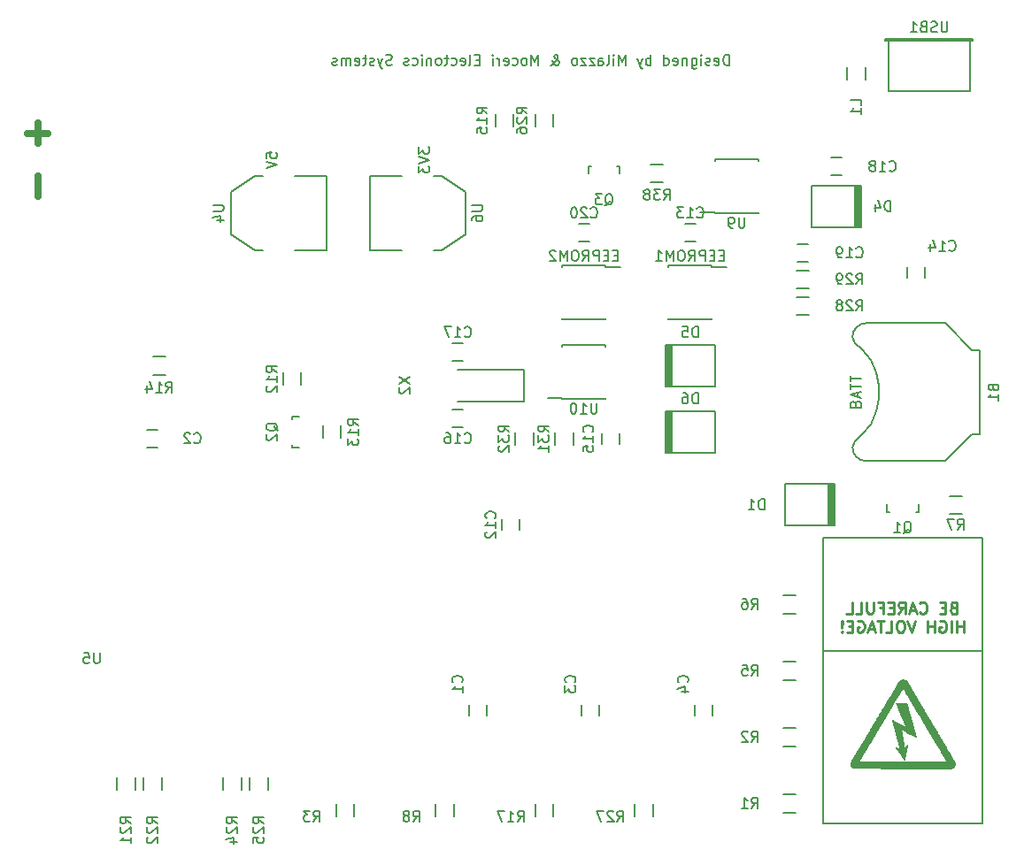
<source format=gbr>
G04 #@! TF.FileFunction,Legend,Bot*
%FSLAX46Y46*%
G04 Gerber Fmt 4.6, Leading zero omitted, Abs format (unit mm)*
G04 Created by KiCad (PCBNEW 4.0.2-stable) date 01/06/2016 13:38:34*
%MOMM*%
G01*
G04 APERTURE LIST*
%ADD10C,0.100000*%
%ADD11C,0.200000*%
%ADD12C,0.250000*%
%ADD13C,0.150000*%
%ADD14C,0.635000*%
%ADD15C,0.127000*%
%ADD16C,0.200660*%
%ADD17C,0.002540*%
G04 APERTURE END LIST*
D10*
D11*
X203835000Y-139700000D02*
X203835000Y-112395000D01*
X188595000Y-112395000D02*
X188595000Y-139700000D01*
X188595000Y-123190000D02*
X203835000Y-123190000D01*
X203835000Y-139700000D02*
X188595000Y-139700000D01*
X188595000Y-112395000D02*
X203835000Y-112395000D01*
D12*
X201060238Y-119041429D02*
X200903095Y-119093810D01*
X200850714Y-119146190D01*
X200798333Y-119250952D01*
X200798333Y-119408095D01*
X200850714Y-119512857D01*
X200903095Y-119565238D01*
X201007857Y-119617619D01*
X201426904Y-119617619D01*
X201426904Y-118517619D01*
X201060238Y-118517619D01*
X200955476Y-118570000D01*
X200903095Y-118622381D01*
X200850714Y-118727143D01*
X200850714Y-118831905D01*
X200903095Y-118936667D01*
X200955476Y-118989048D01*
X201060238Y-119041429D01*
X201426904Y-119041429D01*
X200326904Y-119041429D02*
X199960238Y-119041429D01*
X199803095Y-119617619D02*
X200326904Y-119617619D01*
X200326904Y-118517619D01*
X199803095Y-118517619D01*
X197865000Y-119512857D02*
X197917381Y-119565238D01*
X198074524Y-119617619D01*
X198179286Y-119617619D01*
X198336428Y-119565238D01*
X198441190Y-119460476D01*
X198493571Y-119355714D01*
X198545952Y-119146190D01*
X198545952Y-118989048D01*
X198493571Y-118779524D01*
X198441190Y-118674762D01*
X198336428Y-118570000D01*
X198179286Y-118517619D01*
X198074524Y-118517619D01*
X197917381Y-118570000D01*
X197865000Y-118622381D01*
X197445952Y-119303333D02*
X196922143Y-119303333D01*
X197550714Y-119617619D02*
X197184047Y-118517619D01*
X196817381Y-119617619D01*
X195822143Y-119617619D02*
X196188809Y-119093810D01*
X196450714Y-119617619D02*
X196450714Y-118517619D01*
X196031667Y-118517619D01*
X195926905Y-118570000D01*
X195874524Y-118622381D01*
X195822143Y-118727143D01*
X195822143Y-118884286D01*
X195874524Y-118989048D01*
X195926905Y-119041429D01*
X196031667Y-119093810D01*
X196450714Y-119093810D01*
X195350714Y-119041429D02*
X194984048Y-119041429D01*
X194826905Y-119617619D02*
X195350714Y-119617619D01*
X195350714Y-118517619D01*
X194826905Y-118517619D01*
X193988810Y-119041429D02*
X194355476Y-119041429D01*
X194355476Y-119617619D02*
X194355476Y-118517619D01*
X193831667Y-118517619D01*
X193412619Y-118517619D02*
X193412619Y-119408095D01*
X193360238Y-119512857D01*
X193307857Y-119565238D01*
X193203095Y-119617619D01*
X192993572Y-119617619D01*
X192888810Y-119565238D01*
X192836429Y-119512857D01*
X192784048Y-119408095D01*
X192784048Y-118517619D01*
X191736429Y-119617619D02*
X192260238Y-119617619D01*
X192260238Y-118517619D01*
X190845953Y-119617619D02*
X191369762Y-119617619D01*
X191369762Y-118517619D01*
X202029285Y-121407619D02*
X202029285Y-120307619D01*
X202029285Y-120831429D02*
X201400714Y-120831429D01*
X201400714Y-121407619D02*
X201400714Y-120307619D01*
X200876904Y-121407619D02*
X200876904Y-120307619D01*
X199776904Y-120360000D02*
X199881666Y-120307619D01*
X200038809Y-120307619D01*
X200195951Y-120360000D01*
X200300713Y-120464762D01*
X200353094Y-120569524D01*
X200405475Y-120779048D01*
X200405475Y-120936190D01*
X200353094Y-121145714D01*
X200300713Y-121250476D01*
X200195951Y-121355238D01*
X200038809Y-121407619D01*
X199934047Y-121407619D01*
X199776904Y-121355238D01*
X199724523Y-121302857D01*
X199724523Y-120936190D01*
X199934047Y-120936190D01*
X199253094Y-121407619D02*
X199253094Y-120307619D01*
X199253094Y-120831429D02*
X198624523Y-120831429D01*
X198624523Y-121407619D02*
X198624523Y-120307619D01*
X197419761Y-120307619D02*
X197053094Y-121407619D01*
X196686428Y-120307619D01*
X196110237Y-120307619D02*
X195900714Y-120307619D01*
X195795952Y-120360000D01*
X195691190Y-120464762D01*
X195638809Y-120674286D01*
X195638809Y-121040952D01*
X195691190Y-121250476D01*
X195795952Y-121355238D01*
X195900714Y-121407619D01*
X196110237Y-121407619D01*
X196214999Y-121355238D01*
X196319761Y-121250476D01*
X196372142Y-121040952D01*
X196372142Y-120674286D01*
X196319761Y-120464762D01*
X196214999Y-120360000D01*
X196110237Y-120307619D01*
X194643571Y-121407619D02*
X195167380Y-121407619D01*
X195167380Y-120307619D01*
X194434047Y-120307619D02*
X193805476Y-120307619D01*
X194119761Y-121407619D02*
X194119761Y-120307619D01*
X193491190Y-121093333D02*
X192967381Y-121093333D01*
X193595952Y-121407619D02*
X193229285Y-120307619D01*
X192862619Y-121407619D01*
X191919762Y-120360000D02*
X192024524Y-120307619D01*
X192181667Y-120307619D01*
X192338809Y-120360000D01*
X192443571Y-120464762D01*
X192495952Y-120569524D01*
X192548333Y-120779048D01*
X192548333Y-120936190D01*
X192495952Y-121145714D01*
X192443571Y-121250476D01*
X192338809Y-121355238D01*
X192181667Y-121407619D01*
X192076905Y-121407619D01*
X191919762Y-121355238D01*
X191867381Y-121302857D01*
X191867381Y-120936190D01*
X192076905Y-120936190D01*
X191395952Y-120831429D02*
X191029286Y-120831429D01*
X190872143Y-121407619D02*
X191395952Y-121407619D01*
X191395952Y-120307619D01*
X190872143Y-120307619D01*
X190400714Y-121302857D02*
X190348333Y-121355238D01*
X190400714Y-121407619D01*
X190453095Y-121355238D01*
X190400714Y-121302857D01*
X190400714Y-121407619D01*
X190400714Y-120988571D02*
X190453095Y-120360000D01*
X190400714Y-120307619D01*
X190348333Y-120360000D01*
X190400714Y-120988571D01*
X190400714Y-120307619D01*
D13*
X179607383Y-67127381D02*
X179607383Y-66127381D01*
X179369288Y-66127381D01*
X179226430Y-66175000D01*
X179131192Y-66270238D01*
X179083573Y-66365476D01*
X179035954Y-66555952D01*
X179035954Y-66698810D01*
X179083573Y-66889286D01*
X179131192Y-66984524D01*
X179226430Y-67079762D01*
X179369288Y-67127381D01*
X179607383Y-67127381D01*
X178226430Y-67079762D02*
X178321668Y-67127381D01*
X178512145Y-67127381D01*
X178607383Y-67079762D01*
X178655002Y-66984524D01*
X178655002Y-66603571D01*
X178607383Y-66508333D01*
X178512145Y-66460714D01*
X178321668Y-66460714D01*
X178226430Y-66508333D01*
X178178811Y-66603571D01*
X178178811Y-66698810D01*
X178655002Y-66794048D01*
X177797859Y-67079762D02*
X177702621Y-67127381D01*
X177512145Y-67127381D01*
X177416906Y-67079762D01*
X177369287Y-66984524D01*
X177369287Y-66936905D01*
X177416906Y-66841667D01*
X177512145Y-66794048D01*
X177655002Y-66794048D01*
X177750240Y-66746429D01*
X177797859Y-66651190D01*
X177797859Y-66603571D01*
X177750240Y-66508333D01*
X177655002Y-66460714D01*
X177512145Y-66460714D01*
X177416906Y-66508333D01*
X176940716Y-67127381D02*
X176940716Y-66460714D01*
X176940716Y-66127381D02*
X176988335Y-66175000D01*
X176940716Y-66222619D01*
X176893097Y-66175000D01*
X176940716Y-66127381D01*
X176940716Y-66222619D01*
X176035954Y-66460714D02*
X176035954Y-67270238D01*
X176083573Y-67365476D01*
X176131192Y-67413095D01*
X176226431Y-67460714D01*
X176369288Y-67460714D01*
X176464526Y-67413095D01*
X176035954Y-67079762D02*
X176131192Y-67127381D01*
X176321669Y-67127381D01*
X176416907Y-67079762D01*
X176464526Y-67032143D01*
X176512145Y-66936905D01*
X176512145Y-66651190D01*
X176464526Y-66555952D01*
X176416907Y-66508333D01*
X176321669Y-66460714D01*
X176131192Y-66460714D01*
X176035954Y-66508333D01*
X175559764Y-66460714D02*
X175559764Y-67127381D01*
X175559764Y-66555952D02*
X175512145Y-66508333D01*
X175416907Y-66460714D01*
X175274049Y-66460714D01*
X175178811Y-66508333D01*
X175131192Y-66603571D01*
X175131192Y-67127381D01*
X174274049Y-67079762D02*
X174369287Y-67127381D01*
X174559764Y-67127381D01*
X174655002Y-67079762D01*
X174702621Y-66984524D01*
X174702621Y-66603571D01*
X174655002Y-66508333D01*
X174559764Y-66460714D01*
X174369287Y-66460714D01*
X174274049Y-66508333D01*
X174226430Y-66603571D01*
X174226430Y-66698810D01*
X174702621Y-66794048D01*
X173369287Y-67127381D02*
X173369287Y-66127381D01*
X173369287Y-67079762D02*
X173464525Y-67127381D01*
X173655002Y-67127381D01*
X173750240Y-67079762D01*
X173797859Y-67032143D01*
X173845478Y-66936905D01*
X173845478Y-66651190D01*
X173797859Y-66555952D01*
X173750240Y-66508333D01*
X173655002Y-66460714D01*
X173464525Y-66460714D01*
X173369287Y-66508333D01*
X172131192Y-67127381D02*
X172131192Y-66127381D01*
X172131192Y-66508333D02*
X172035954Y-66460714D01*
X171845477Y-66460714D01*
X171750239Y-66508333D01*
X171702620Y-66555952D01*
X171655001Y-66651190D01*
X171655001Y-66936905D01*
X171702620Y-67032143D01*
X171750239Y-67079762D01*
X171845477Y-67127381D01*
X172035954Y-67127381D01*
X172131192Y-67079762D01*
X171321668Y-66460714D02*
X171083573Y-67127381D01*
X170845477Y-66460714D02*
X171083573Y-67127381D01*
X171178811Y-67365476D01*
X171226430Y-67413095D01*
X171321668Y-67460714D01*
X169702620Y-67127381D02*
X169702620Y-66127381D01*
X169369286Y-66841667D01*
X169035953Y-66127381D01*
X169035953Y-67127381D01*
X168559763Y-67127381D02*
X168559763Y-66460714D01*
X168559763Y-66127381D02*
X168607382Y-66175000D01*
X168559763Y-66222619D01*
X168512144Y-66175000D01*
X168559763Y-66127381D01*
X168559763Y-66222619D01*
X167940716Y-67127381D02*
X168035954Y-67079762D01*
X168083573Y-66984524D01*
X168083573Y-66127381D01*
X167131191Y-67127381D02*
X167131191Y-66603571D01*
X167178810Y-66508333D01*
X167274048Y-66460714D01*
X167464525Y-66460714D01*
X167559763Y-66508333D01*
X167131191Y-67079762D02*
X167226429Y-67127381D01*
X167464525Y-67127381D01*
X167559763Y-67079762D01*
X167607382Y-66984524D01*
X167607382Y-66889286D01*
X167559763Y-66794048D01*
X167464525Y-66746429D01*
X167226429Y-66746429D01*
X167131191Y-66698810D01*
X166750239Y-66460714D02*
X166226429Y-66460714D01*
X166750239Y-67127381D01*
X166226429Y-67127381D01*
X165940715Y-66460714D02*
X165416905Y-66460714D01*
X165940715Y-67127381D01*
X165416905Y-67127381D01*
X164893096Y-67127381D02*
X164988334Y-67079762D01*
X165035953Y-67032143D01*
X165083572Y-66936905D01*
X165083572Y-66651190D01*
X165035953Y-66555952D01*
X164988334Y-66508333D01*
X164893096Y-66460714D01*
X164750238Y-66460714D01*
X164655000Y-66508333D01*
X164607381Y-66555952D01*
X164559762Y-66651190D01*
X164559762Y-66936905D01*
X164607381Y-67032143D01*
X164655000Y-67079762D01*
X164750238Y-67127381D01*
X164893096Y-67127381D01*
X162559762Y-67127381D02*
X162607381Y-67127381D01*
X162702619Y-67079762D01*
X162845476Y-66936905D01*
X163083571Y-66651190D01*
X163178810Y-66508333D01*
X163226429Y-66365476D01*
X163226429Y-66270238D01*
X163178810Y-66175000D01*
X163083571Y-66127381D01*
X163035952Y-66127381D01*
X162940714Y-66175000D01*
X162893095Y-66270238D01*
X162893095Y-66317857D01*
X162940714Y-66413095D01*
X162988333Y-66460714D01*
X163274048Y-66651190D01*
X163321667Y-66698810D01*
X163369286Y-66794048D01*
X163369286Y-66936905D01*
X163321667Y-67032143D01*
X163274048Y-67079762D01*
X163178810Y-67127381D01*
X163035952Y-67127381D01*
X162940714Y-67079762D01*
X162893095Y-67032143D01*
X162750238Y-66841667D01*
X162702619Y-66698810D01*
X162702619Y-66603571D01*
X161369286Y-67127381D02*
X161369286Y-66127381D01*
X161035952Y-66841667D01*
X160702619Y-66127381D01*
X160702619Y-67127381D01*
X160083572Y-67127381D02*
X160178810Y-67079762D01*
X160226429Y-67032143D01*
X160274048Y-66936905D01*
X160274048Y-66651190D01*
X160226429Y-66555952D01*
X160178810Y-66508333D01*
X160083572Y-66460714D01*
X159940714Y-66460714D01*
X159845476Y-66508333D01*
X159797857Y-66555952D01*
X159750238Y-66651190D01*
X159750238Y-66936905D01*
X159797857Y-67032143D01*
X159845476Y-67079762D01*
X159940714Y-67127381D01*
X160083572Y-67127381D01*
X158893095Y-67079762D02*
X158988333Y-67127381D01*
X159178810Y-67127381D01*
X159274048Y-67079762D01*
X159321667Y-67032143D01*
X159369286Y-66936905D01*
X159369286Y-66651190D01*
X159321667Y-66555952D01*
X159274048Y-66508333D01*
X159178810Y-66460714D01*
X158988333Y-66460714D01*
X158893095Y-66508333D01*
X158083571Y-67079762D02*
X158178809Y-67127381D01*
X158369286Y-67127381D01*
X158464524Y-67079762D01*
X158512143Y-66984524D01*
X158512143Y-66603571D01*
X158464524Y-66508333D01*
X158369286Y-66460714D01*
X158178809Y-66460714D01*
X158083571Y-66508333D01*
X158035952Y-66603571D01*
X158035952Y-66698810D01*
X158512143Y-66794048D01*
X157607381Y-67127381D02*
X157607381Y-66460714D01*
X157607381Y-66651190D02*
X157559762Y-66555952D01*
X157512143Y-66508333D01*
X157416905Y-66460714D01*
X157321666Y-66460714D01*
X156988333Y-67127381D02*
X156988333Y-66460714D01*
X156988333Y-66127381D02*
X157035952Y-66175000D01*
X156988333Y-66222619D01*
X156940714Y-66175000D01*
X156988333Y-66127381D01*
X156988333Y-66222619D01*
X155750238Y-66603571D02*
X155416904Y-66603571D01*
X155274047Y-67127381D02*
X155750238Y-67127381D01*
X155750238Y-66127381D01*
X155274047Y-66127381D01*
X154702619Y-67127381D02*
X154797857Y-67079762D01*
X154845476Y-66984524D01*
X154845476Y-66127381D01*
X153940713Y-67079762D02*
X154035951Y-67127381D01*
X154226428Y-67127381D01*
X154321666Y-67079762D01*
X154369285Y-66984524D01*
X154369285Y-66603571D01*
X154321666Y-66508333D01*
X154226428Y-66460714D01*
X154035951Y-66460714D01*
X153940713Y-66508333D01*
X153893094Y-66603571D01*
X153893094Y-66698810D01*
X154369285Y-66794048D01*
X153035951Y-67079762D02*
X153131189Y-67127381D01*
X153321666Y-67127381D01*
X153416904Y-67079762D01*
X153464523Y-67032143D01*
X153512142Y-66936905D01*
X153512142Y-66651190D01*
X153464523Y-66555952D01*
X153416904Y-66508333D01*
X153321666Y-66460714D01*
X153131189Y-66460714D01*
X153035951Y-66508333D01*
X152750237Y-66460714D02*
X152369285Y-66460714D01*
X152607380Y-66127381D02*
X152607380Y-66984524D01*
X152559761Y-67079762D01*
X152464523Y-67127381D01*
X152369285Y-67127381D01*
X151893094Y-67127381D02*
X151988332Y-67079762D01*
X152035951Y-67032143D01*
X152083570Y-66936905D01*
X152083570Y-66651190D01*
X152035951Y-66555952D01*
X151988332Y-66508333D01*
X151893094Y-66460714D01*
X151750236Y-66460714D01*
X151654998Y-66508333D01*
X151607379Y-66555952D01*
X151559760Y-66651190D01*
X151559760Y-66936905D01*
X151607379Y-67032143D01*
X151654998Y-67079762D01*
X151750236Y-67127381D01*
X151893094Y-67127381D01*
X151131189Y-66460714D02*
X151131189Y-67127381D01*
X151131189Y-66555952D02*
X151083570Y-66508333D01*
X150988332Y-66460714D01*
X150845474Y-66460714D01*
X150750236Y-66508333D01*
X150702617Y-66603571D01*
X150702617Y-67127381D01*
X150226427Y-67127381D02*
X150226427Y-66460714D01*
X150226427Y-66127381D02*
X150274046Y-66175000D01*
X150226427Y-66222619D01*
X150178808Y-66175000D01*
X150226427Y-66127381D01*
X150226427Y-66222619D01*
X149321665Y-67079762D02*
X149416903Y-67127381D01*
X149607380Y-67127381D01*
X149702618Y-67079762D01*
X149750237Y-67032143D01*
X149797856Y-66936905D01*
X149797856Y-66651190D01*
X149750237Y-66555952D01*
X149702618Y-66508333D01*
X149607380Y-66460714D01*
X149416903Y-66460714D01*
X149321665Y-66508333D01*
X148940713Y-67079762D02*
X148845475Y-67127381D01*
X148654999Y-67127381D01*
X148559760Y-67079762D01*
X148512141Y-66984524D01*
X148512141Y-66936905D01*
X148559760Y-66841667D01*
X148654999Y-66794048D01*
X148797856Y-66794048D01*
X148893094Y-66746429D01*
X148940713Y-66651190D01*
X148940713Y-66603571D01*
X148893094Y-66508333D01*
X148797856Y-66460714D01*
X148654999Y-66460714D01*
X148559760Y-66508333D01*
X147369284Y-67079762D02*
X147226427Y-67127381D01*
X146988331Y-67127381D01*
X146893093Y-67079762D01*
X146845474Y-67032143D01*
X146797855Y-66936905D01*
X146797855Y-66841667D01*
X146845474Y-66746429D01*
X146893093Y-66698810D01*
X146988331Y-66651190D01*
X147178808Y-66603571D01*
X147274046Y-66555952D01*
X147321665Y-66508333D01*
X147369284Y-66413095D01*
X147369284Y-66317857D01*
X147321665Y-66222619D01*
X147274046Y-66175000D01*
X147178808Y-66127381D01*
X146940712Y-66127381D01*
X146797855Y-66175000D01*
X146464522Y-66460714D02*
X146226427Y-67127381D01*
X145988331Y-66460714D02*
X146226427Y-67127381D01*
X146321665Y-67365476D01*
X146369284Y-67413095D01*
X146464522Y-67460714D01*
X145654998Y-67079762D02*
X145559760Y-67127381D01*
X145369284Y-67127381D01*
X145274045Y-67079762D01*
X145226426Y-66984524D01*
X145226426Y-66936905D01*
X145274045Y-66841667D01*
X145369284Y-66794048D01*
X145512141Y-66794048D01*
X145607379Y-66746429D01*
X145654998Y-66651190D01*
X145654998Y-66603571D01*
X145607379Y-66508333D01*
X145512141Y-66460714D01*
X145369284Y-66460714D01*
X145274045Y-66508333D01*
X144940712Y-66460714D02*
X144559760Y-66460714D01*
X144797855Y-66127381D02*
X144797855Y-66984524D01*
X144750236Y-67079762D01*
X144654998Y-67127381D01*
X144559760Y-67127381D01*
X143845473Y-67079762D02*
X143940711Y-67127381D01*
X144131188Y-67127381D01*
X144226426Y-67079762D01*
X144274045Y-66984524D01*
X144274045Y-66603571D01*
X144226426Y-66508333D01*
X144131188Y-66460714D01*
X143940711Y-66460714D01*
X143845473Y-66508333D01*
X143797854Y-66603571D01*
X143797854Y-66698810D01*
X144274045Y-66794048D01*
X143369283Y-67127381D02*
X143369283Y-66460714D01*
X143369283Y-66555952D02*
X143321664Y-66508333D01*
X143226426Y-66460714D01*
X143083568Y-66460714D01*
X142988330Y-66508333D01*
X142940711Y-66603571D01*
X142940711Y-67127381D01*
X142940711Y-66603571D02*
X142893092Y-66508333D01*
X142797854Y-66460714D01*
X142654997Y-66460714D01*
X142559759Y-66508333D01*
X142512140Y-66603571D01*
X142512140Y-67127381D01*
X142083569Y-67079762D02*
X141988331Y-67127381D01*
X141797855Y-67127381D01*
X141702616Y-67079762D01*
X141654997Y-66984524D01*
X141654997Y-66936905D01*
X141702616Y-66841667D01*
X141797855Y-66794048D01*
X141940712Y-66794048D01*
X142035950Y-66746429D01*
X142083569Y-66651190D01*
X142083569Y-66603571D01*
X142035950Y-66508333D01*
X141940712Y-66460714D01*
X141797855Y-66460714D01*
X141702616Y-66508333D01*
X149947381Y-74961905D02*
X149947381Y-75580953D01*
X150328333Y-75247619D01*
X150328333Y-75390477D01*
X150375952Y-75485715D01*
X150423571Y-75533334D01*
X150518810Y-75580953D01*
X150756905Y-75580953D01*
X150852143Y-75533334D01*
X150899762Y-75485715D01*
X150947381Y-75390477D01*
X150947381Y-75104762D01*
X150899762Y-75009524D01*
X150852143Y-74961905D01*
X149947381Y-75866667D02*
X150947381Y-76200000D01*
X149947381Y-76533334D01*
X149947381Y-76771429D02*
X149947381Y-77390477D01*
X150328333Y-77057143D01*
X150328333Y-77200001D01*
X150375952Y-77295239D01*
X150423571Y-77342858D01*
X150518810Y-77390477D01*
X150756905Y-77390477D01*
X150852143Y-77342858D01*
X150899762Y-77295239D01*
X150947381Y-77200001D01*
X150947381Y-76914286D01*
X150899762Y-76819048D01*
X150852143Y-76771429D01*
X135342381Y-76009524D02*
X135342381Y-75533333D01*
X135818571Y-75485714D01*
X135770952Y-75533333D01*
X135723333Y-75628571D01*
X135723333Y-75866667D01*
X135770952Y-75961905D01*
X135818571Y-76009524D01*
X135913810Y-76057143D01*
X136151905Y-76057143D01*
X136247143Y-76009524D01*
X136294762Y-75961905D01*
X136342381Y-75866667D01*
X136342381Y-75628571D01*
X136294762Y-75533333D01*
X136247143Y-75485714D01*
X135342381Y-76342857D02*
X136342381Y-76676190D01*
X135342381Y-77009524D01*
X191698571Y-99544047D02*
X191746190Y-99401190D01*
X191793810Y-99353571D01*
X191889048Y-99305952D01*
X192031905Y-99305952D01*
X192127143Y-99353571D01*
X192174762Y-99401190D01*
X192222381Y-99496428D01*
X192222381Y-99877381D01*
X191222381Y-99877381D01*
X191222381Y-99544047D01*
X191270000Y-99448809D01*
X191317619Y-99401190D01*
X191412857Y-99353571D01*
X191508095Y-99353571D01*
X191603333Y-99401190D01*
X191650952Y-99448809D01*
X191698571Y-99544047D01*
X191698571Y-99877381D01*
X191936667Y-98925000D02*
X191936667Y-98448809D01*
X192222381Y-99020238D02*
X191222381Y-98686905D01*
X192222381Y-98353571D01*
X191222381Y-98163095D02*
X191222381Y-97591666D01*
X192222381Y-97877381D02*
X191222381Y-97877381D01*
X191222381Y-97401190D02*
X191222381Y-96829761D01*
X192222381Y-97115476D02*
X191222381Y-97115476D01*
D14*
X113483571Y-77772381D02*
X113483571Y-79707619D01*
X113483571Y-72692381D02*
X113483571Y-74627619D01*
X112515952Y-73660000D02*
X114451190Y-73660000D01*
D13*
X160020000Y-99314000D02*
X153670000Y-99314000D01*
X160020000Y-99314000D02*
X160020000Y-96266000D01*
X160020000Y-96266000D02*
X153670000Y-96266000D01*
X156425000Y-128405000D02*
X156425000Y-129405000D01*
X154725000Y-129405000D02*
X154725000Y-128405000D01*
X123960000Y-102020000D02*
X124960000Y-102020000D01*
X124960000Y-103720000D02*
X123960000Y-103720000D01*
X167220000Y-128405000D02*
X167220000Y-129405000D01*
X165520000Y-129405000D02*
X165520000Y-128405000D01*
X178015000Y-128405000D02*
X178015000Y-129405000D01*
X176315000Y-129405000D02*
X176315000Y-128405000D01*
X157900000Y-111625000D02*
X157900000Y-110625000D01*
X159600000Y-110625000D02*
X159600000Y-111625000D01*
X176395000Y-84035000D02*
X175395000Y-84035000D01*
X175395000Y-82335000D02*
X176395000Y-82335000D01*
X198335000Y-86495000D02*
X198335000Y-87495000D01*
X196635000Y-87495000D02*
X196635000Y-86495000D01*
X167425000Y-103370000D02*
X167425000Y-102370000D01*
X169125000Y-102370000D02*
X169125000Y-103370000D01*
X153170000Y-100115000D02*
X154170000Y-100115000D01*
X154170000Y-101815000D02*
X153170000Y-101815000D01*
X153170000Y-93765000D02*
X154170000Y-93765000D01*
X154170000Y-95465000D02*
X153170000Y-95465000D01*
X189365000Y-75985000D02*
X190365000Y-75985000D01*
X190365000Y-77685000D02*
X189365000Y-77685000D01*
X187190000Y-85940000D02*
X186190000Y-85940000D01*
X186190000Y-84240000D02*
X187190000Y-84240000D01*
X166235000Y-84035000D02*
X165235000Y-84035000D01*
X165235000Y-82335000D02*
X166235000Y-82335000D01*
X177970000Y-86325000D02*
X177970000Y-86470000D01*
X173820000Y-86325000D02*
X173820000Y-86470000D01*
X173820000Y-91475000D02*
X173820000Y-91330000D01*
X177970000Y-91475000D02*
X177970000Y-91330000D01*
X177970000Y-86325000D02*
X173820000Y-86325000D01*
X177970000Y-91475000D02*
X173820000Y-91475000D01*
X177970000Y-86470000D02*
X179370000Y-86470000D01*
X167810000Y-86325000D02*
X167810000Y-86470000D01*
X163660000Y-86325000D02*
X163660000Y-86470000D01*
X163660000Y-91475000D02*
X163660000Y-91330000D01*
X167810000Y-91475000D02*
X167810000Y-91330000D01*
X167810000Y-86325000D02*
X163660000Y-86325000D01*
X167810000Y-91475000D02*
X163660000Y-91475000D01*
X167810000Y-86470000D02*
X169210000Y-86470000D01*
X190895000Y-67345000D02*
X190895000Y-68545000D01*
X192645000Y-68545000D02*
X192645000Y-67345000D01*
X197514160Y-109870240D02*
X197465900Y-109870240D01*
X194715180Y-109169200D02*
X194715180Y-109870240D01*
X194715180Y-109870240D02*
X194964100Y-109870240D01*
X197514160Y-109870240D02*
X197714820Y-109870240D01*
X197714820Y-109870240D02*
X197714820Y-109169200D01*
X137779760Y-103534160D02*
X137779760Y-103485900D01*
X138480800Y-100735180D02*
X137779760Y-100735180D01*
X137779760Y-100735180D02*
X137779760Y-100984100D01*
X137779760Y-103534160D02*
X137779760Y-103734820D01*
X137779760Y-103734820D02*
X138480800Y-103734820D01*
X166340840Y-76819760D02*
X166389100Y-76819760D01*
X169139820Y-77520800D02*
X169139820Y-76819760D01*
X169139820Y-76819760D02*
X168890900Y-76819760D01*
X166340840Y-76819760D02*
X166140180Y-76819760D01*
X166140180Y-76819760D02*
X166140180Y-77520800D01*
X186020000Y-136920000D02*
X184820000Y-136920000D01*
X184820000Y-138670000D02*
X186020000Y-138670000D01*
X186020000Y-130570000D02*
X184820000Y-130570000D01*
X184820000Y-132320000D02*
X186020000Y-132320000D01*
X143750000Y-139030000D02*
X143750000Y-137830000D01*
X142000000Y-137830000D02*
X142000000Y-139030000D01*
X186020000Y-124220000D02*
X184820000Y-124220000D01*
X184820000Y-125970000D02*
X186020000Y-125970000D01*
X186020000Y-117870000D02*
X184820000Y-117870000D01*
X184820000Y-119620000D02*
X186020000Y-119620000D01*
X200695000Y-110095000D02*
X201895000Y-110095000D01*
X201895000Y-108345000D02*
X200695000Y-108345000D01*
X153275000Y-139030000D02*
X153275000Y-137830000D01*
X151525000Y-137830000D02*
X151525000Y-139030000D01*
X136920000Y-96555000D02*
X136920000Y-97755000D01*
X138670000Y-97755000D02*
X138670000Y-96555000D01*
X140730000Y-101635000D02*
X140730000Y-102835000D01*
X142480000Y-102835000D02*
X142480000Y-101635000D01*
X125695000Y-95010000D02*
X124495000Y-95010000D01*
X124495000Y-96760000D02*
X125695000Y-96760000D01*
X158990000Y-72990000D02*
X158990000Y-71790000D01*
X157240000Y-71790000D02*
X157240000Y-72990000D01*
X162800000Y-139030000D02*
X162800000Y-137830000D01*
X161050000Y-137830000D02*
X161050000Y-139030000D01*
X122795000Y-136490000D02*
X122795000Y-135290000D01*
X121045000Y-135290000D02*
X121045000Y-136490000D01*
X125335000Y-136490000D02*
X125335000Y-135290000D01*
X123585000Y-135290000D02*
X123585000Y-136490000D01*
X132955000Y-136490000D02*
X132955000Y-135290000D01*
X131205000Y-135290000D02*
X131205000Y-136490000D01*
X135495000Y-136490000D02*
X135495000Y-135290000D01*
X133745000Y-135290000D02*
X133745000Y-136490000D01*
X162800000Y-72990000D02*
X162800000Y-71790000D01*
X161050000Y-71790000D02*
X161050000Y-72990000D01*
X172325000Y-139030000D02*
X172325000Y-137830000D01*
X170575000Y-137830000D02*
X170575000Y-139030000D01*
X186090000Y-91045000D02*
X187290000Y-91045000D01*
X187290000Y-89295000D02*
X186090000Y-89295000D01*
X186090000Y-88505000D02*
X187290000Y-88505000D01*
X187290000Y-86755000D02*
X186090000Y-86755000D01*
X164705000Y-103470000D02*
X164705000Y-102270000D01*
X162955000Y-102270000D02*
X162955000Y-103470000D01*
X159145000Y-102270000D02*
X159145000Y-103470000D01*
X160895000Y-103470000D02*
X160895000Y-102270000D01*
X173320000Y-76595000D02*
X172120000Y-76595000D01*
X172120000Y-78345000D02*
X173320000Y-78345000D01*
X138049000Y-77724000D02*
X141097000Y-77724000D01*
X141097000Y-77724000D02*
X141097000Y-84836000D01*
X141097000Y-84836000D02*
X138049000Y-84836000D01*
X135001000Y-77724000D02*
X134239000Y-77724000D01*
X134239000Y-77724000D02*
X131953000Y-79248000D01*
X131953000Y-79248000D02*
X131953000Y-83312000D01*
X131953000Y-83312000D02*
X134239000Y-84836000D01*
X134239000Y-84836000D02*
X135001000Y-84836000D01*
X148336000Y-84836000D02*
X145288000Y-84836000D01*
X145288000Y-84836000D02*
X145288000Y-77724000D01*
X145288000Y-77724000D02*
X148336000Y-77724000D01*
X151384000Y-84836000D02*
X152146000Y-84836000D01*
X152146000Y-84836000D02*
X154432000Y-83312000D01*
X154432000Y-83312000D02*
X154432000Y-79248000D01*
X154432000Y-79248000D02*
X152146000Y-77724000D01*
X152146000Y-77724000D02*
X151384000Y-77724000D01*
X178265000Y-81315000D02*
X178265000Y-81170000D01*
X182415000Y-81315000D02*
X182415000Y-81170000D01*
X182415000Y-76165000D02*
X182415000Y-76310000D01*
X178265000Y-76165000D02*
X178265000Y-76310000D01*
X178265000Y-81315000D02*
X182415000Y-81315000D01*
X178265000Y-76165000D02*
X182415000Y-76165000D01*
X178265000Y-81170000D02*
X176865000Y-81170000D01*
X163660000Y-99095000D02*
X163660000Y-98950000D01*
X167810000Y-99095000D02*
X167810000Y-98950000D01*
X167810000Y-93945000D02*
X167810000Y-94090000D01*
X163660000Y-93945000D02*
X163660000Y-94090000D01*
X163660000Y-99095000D02*
X167810000Y-99095000D01*
X163660000Y-93945000D02*
X167810000Y-93945000D01*
X163660000Y-98950000D02*
X162260000Y-98950000D01*
D15*
X189626240Y-111218980D02*
X189626240Y-107221020D01*
X189524640Y-107221020D02*
X189524640Y-111218980D01*
X189425580Y-111218980D02*
X189425580Y-107221020D01*
X189323980Y-107221020D02*
X189323980Y-111218980D01*
X189224920Y-111218980D02*
X189224920Y-107221020D01*
X189125860Y-111218980D02*
X189125860Y-107221020D01*
X189725300Y-111218980D02*
X189725300Y-107221020D01*
X189725300Y-107221020D02*
X184924700Y-107221020D01*
X184924700Y-107221020D02*
X184924700Y-111218980D01*
X184924700Y-111218980D02*
X189725300Y-111218980D01*
X192166240Y-82643980D02*
X192166240Y-78646020D01*
X192064640Y-78646020D02*
X192064640Y-82643980D01*
X191965580Y-82643980D02*
X191965580Y-78646020D01*
X191863980Y-78646020D02*
X191863980Y-82643980D01*
X191764920Y-82643980D02*
X191764920Y-78646020D01*
X191665860Y-82643980D02*
X191665860Y-78646020D01*
X192265300Y-82643980D02*
X192265300Y-78646020D01*
X192265300Y-78646020D02*
X187464700Y-78646020D01*
X187464700Y-78646020D02*
X187464700Y-82643980D01*
X187464700Y-82643980D02*
X192265300Y-82643980D01*
X173593760Y-93886020D02*
X173593760Y-97883980D01*
X173695360Y-97883980D02*
X173695360Y-93886020D01*
X173794420Y-93886020D02*
X173794420Y-97883980D01*
X173896020Y-97883980D02*
X173896020Y-93886020D01*
X173995080Y-93886020D02*
X173995080Y-97883980D01*
X174094140Y-93886020D02*
X174094140Y-97883980D01*
X173494700Y-93886020D02*
X173494700Y-97883980D01*
X173494700Y-97883980D02*
X178295300Y-97883980D01*
X178295300Y-97883980D02*
X178295300Y-93886020D01*
X178295300Y-93886020D02*
X173494700Y-93886020D01*
X173593760Y-100236020D02*
X173593760Y-104233980D01*
X173695360Y-104233980D02*
X173695360Y-100236020D01*
X173794420Y-100236020D02*
X173794420Y-104233980D01*
X173896020Y-104233980D02*
X173896020Y-100236020D01*
X173995080Y-100236020D02*
X173995080Y-104233980D01*
X174094140Y-100236020D02*
X174094140Y-104233980D01*
X173494700Y-100236020D02*
X173494700Y-104233980D01*
X173494700Y-104233980D02*
X178295300Y-104233980D01*
X178295300Y-104233980D02*
X178295300Y-100236020D01*
X178295300Y-100236020D02*
X173494700Y-100236020D01*
D13*
X193929000Y-97815400D02*
X193700400Y-96570800D01*
X193700400Y-96570800D02*
X193192400Y-95326200D01*
X193192400Y-95326200D02*
X192328800Y-94361000D01*
X192328800Y-94361000D02*
X191668400Y-93700600D01*
X191668400Y-93700600D02*
X191414400Y-93141800D01*
X193954400Y-98425000D02*
X193929000Y-97815400D01*
X193192400Y-101523800D02*
X192328800Y-102489000D01*
X192328800Y-102489000D02*
X191668400Y-103149400D01*
X191414400Y-103708200D02*
X191668400Y-103149400D01*
X193192400Y-101523800D02*
X193700400Y-100279200D01*
X193700400Y-100279200D02*
X193929000Y-99034600D01*
X193929000Y-99034600D02*
X193954400Y-98425000D01*
X191414400Y-93141800D02*
G75*
G02X192735200Y-91821000I1320800J0D01*
G01*
X192735200Y-105029000D02*
G75*
G02X191414400Y-103708200I0J1320800D01*
G01*
X200279000Y-91821000D02*
X192786000Y-91821000D01*
X200279000Y-105029000D02*
X192786000Y-105029000D01*
X202819000Y-94424500D02*
X200279000Y-91821000D01*
X202819000Y-102425500D02*
X200279000Y-105029000D01*
X203581000Y-94425500D02*
X202819000Y-94425500D01*
X203581000Y-102425500D02*
X202819000Y-102425500D01*
X203581000Y-102425500D02*
X203581000Y-94424500D01*
D16*
X194553840Y-64676020D02*
X202956160Y-64676020D01*
X194553840Y-64574420D02*
X202956160Y-64574420D01*
X202956160Y-64574420D02*
X202956160Y-64775080D01*
X202956160Y-64775080D02*
X194553840Y-64775080D01*
X194553840Y-64775080D02*
X194553840Y-64574420D01*
D13*
X194856100Y-64574420D02*
X194856100Y-69575680D01*
X194856100Y-69575680D02*
X202653900Y-69575680D01*
X202653900Y-69575680D02*
X202653900Y-64574420D01*
D17*
G36*
X191216280Y-133896100D02*
X191218820Y-133995160D01*
X191231520Y-134094220D01*
X191254380Y-134183120D01*
X191295020Y-134259320D01*
X191317880Y-134289800D01*
X191340740Y-134317740D01*
X191368680Y-134340600D01*
X191401700Y-134360920D01*
X191439800Y-134381240D01*
X191523620Y-134419340D01*
X191993520Y-134419340D01*
X191993520Y-133784340D01*
X192001140Y-133769100D01*
X192016380Y-133743700D01*
X192039240Y-133705600D01*
X192067180Y-133659880D01*
X192084960Y-133634480D01*
X192102740Y-133606540D01*
X192115440Y-133583680D01*
X192130680Y-133560820D01*
X192143380Y-133540500D01*
X192158620Y-133517640D01*
X192173860Y-133494780D01*
X192189100Y-133466840D01*
X192209420Y-133433820D01*
X192234820Y-133393180D01*
X192262760Y-133347460D01*
X192295780Y-133291580D01*
X192336420Y-133225540D01*
X192382140Y-133146800D01*
X192438020Y-133055360D01*
X192501520Y-132948680D01*
X192567560Y-132836920D01*
X192625980Y-132742940D01*
X192679320Y-132651500D01*
X192730120Y-132567680D01*
X192775840Y-132491480D01*
X192816480Y-132422900D01*
X192852040Y-132367020D01*
X192877440Y-132323840D01*
X192895220Y-132293360D01*
X192905380Y-132278120D01*
X192915540Y-132257800D01*
X192935860Y-132224780D01*
X192963800Y-132181600D01*
X192994280Y-132128260D01*
X193027300Y-132072380D01*
X193045080Y-132041900D01*
X193088260Y-131970780D01*
X193136520Y-131892040D01*
X193184780Y-131810760D01*
X193227960Y-131734560D01*
X193268600Y-131668520D01*
X193268600Y-131665980D01*
X193306700Y-131605020D01*
X193344800Y-131538980D01*
X193380360Y-131478020D01*
X193413380Y-131424680D01*
X193436240Y-131386580D01*
X193461640Y-131343400D01*
X193494660Y-131290060D01*
X193530220Y-131226560D01*
X193568320Y-131160520D01*
X193606420Y-131097020D01*
X193608960Y-131094480D01*
X193649600Y-131025900D01*
X193695320Y-130947160D01*
X193746120Y-130863340D01*
X193794380Y-130782060D01*
X193837560Y-130710940D01*
X193878200Y-130642360D01*
X193923920Y-130561080D01*
X193974720Y-130477260D01*
X194025520Y-130390900D01*
X194073780Y-130309620D01*
X194096640Y-130274060D01*
X194139820Y-130197860D01*
X194190620Y-130116580D01*
X194241420Y-130030220D01*
X194289680Y-129948940D01*
X194332860Y-129875280D01*
X194350640Y-129844800D01*
X194386200Y-129786380D01*
X194419220Y-129733040D01*
X194447160Y-129684780D01*
X194470020Y-129646680D01*
X194485260Y-129621280D01*
X194487800Y-129616200D01*
X194500500Y-129595880D01*
X194520820Y-129560320D01*
X194546220Y-129517140D01*
X194576700Y-129466340D01*
X194599560Y-129430780D01*
X194630040Y-129377440D01*
X194657980Y-129329180D01*
X194683380Y-129288540D01*
X194701160Y-129258060D01*
X194708780Y-129245360D01*
X194718940Y-129225040D01*
X194739260Y-129192020D01*
X194767200Y-129148840D01*
X194797680Y-129095500D01*
X194830700Y-129039620D01*
X194845940Y-129014220D01*
X194889120Y-128943100D01*
X194937380Y-128861820D01*
X194988180Y-128775460D01*
X195038980Y-128691640D01*
X195082160Y-128615440D01*
X195084700Y-128612900D01*
X195122800Y-128551940D01*
X195155820Y-128493520D01*
X195188840Y-128440180D01*
X195214240Y-128394460D01*
X195234560Y-128363980D01*
X195239640Y-128353820D01*
X195257420Y-128323340D01*
X195285360Y-128277620D01*
X195320920Y-128219200D01*
X195361560Y-128148080D01*
X195409820Y-128069340D01*
X195463160Y-127980440D01*
X195519040Y-127886460D01*
X195577460Y-127789940D01*
X195638420Y-127690880D01*
X195696840Y-127591820D01*
X195755260Y-127495300D01*
X195813680Y-127401320D01*
X195867020Y-127314960D01*
X195915280Y-127233680D01*
X195958460Y-127162560D01*
X195996560Y-127101600D01*
X196001640Y-127096520D01*
X196039740Y-127030480D01*
X196080380Y-126969520D01*
X196118480Y-126908560D01*
X196154040Y-126855220D01*
X196187060Y-126809500D01*
X196209920Y-126773940D01*
X196225160Y-126748540D01*
X196235320Y-126740920D01*
X196240400Y-126748540D01*
X196258180Y-126773940D01*
X196283580Y-126812040D01*
X196316600Y-126867920D01*
X196357240Y-126933960D01*
X196405500Y-127012700D01*
X196458840Y-127104140D01*
X196519800Y-127203200D01*
X196585840Y-127312420D01*
X196654420Y-127431800D01*
X196730620Y-127556260D01*
X196806820Y-127685800D01*
X196888100Y-127820420D01*
X196928740Y-127891540D01*
X196943980Y-127914400D01*
X196966840Y-127952500D01*
X196994780Y-128000760D01*
X197030340Y-128059180D01*
X197065900Y-128122680D01*
X197104000Y-128188720D01*
X197274180Y-128473200D01*
X197436740Y-128744980D01*
X197591680Y-129006600D01*
X197741540Y-129260600D01*
X197886320Y-129506980D01*
X198031100Y-129753360D01*
X198071740Y-129821940D01*
X198109840Y-129882900D01*
X198145400Y-129943860D01*
X198178420Y-129999740D01*
X198206360Y-130045460D01*
X198226680Y-130081020D01*
X198231760Y-130091180D01*
X198249540Y-130119120D01*
X198274940Y-130162300D01*
X198305420Y-130213100D01*
X198340980Y-130271520D01*
X198379080Y-130337560D01*
X198407020Y-130383280D01*
X198445120Y-130449320D01*
X198483220Y-130512820D01*
X198518780Y-130571240D01*
X198549260Y-130622040D01*
X198572120Y-130660140D01*
X198582280Y-130680460D01*
X198605140Y-130716020D01*
X198633080Y-130761740D01*
X198663560Y-130815080D01*
X198694040Y-130868420D01*
X198699120Y-130876040D01*
X198747380Y-130957320D01*
X198795640Y-131041140D01*
X198843900Y-131122420D01*
X198889620Y-131201160D01*
X198932800Y-131269740D01*
X198965820Y-131325620D01*
X198978520Y-131345940D01*
X199003920Y-131389120D01*
X199029320Y-131434840D01*
X199052180Y-131472940D01*
X199054720Y-131475480D01*
X199067420Y-131500880D01*
X199092820Y-131541520D01*
X199125840Y-131597400D01*
X199169020Y-131671060D01*
X199219820Y-131757420D01*
X199278240Y-131859020D01*
X199346820Y-131973320D01*
X199420480Y-132097780D01*
X199504300Y-132237480D01*
X199593200Y-132387340D01*
X199595740Y-132392420D01*
X199641460Y-132471160D01*
X199689720Y-132554980D01*
X199740520Y-132641340D01*
X199788780Y-132722620D01*
X199831960Y-132796280D01*
X199859900Y-132839460D01*
X199898000Y-132902960D01*
X199936100Y-132971540D01*
X199974200Y-133035040D01*
X200007220Y-133093460D01*
X200035160Y-133139180D01*
X200040240Y-133144260D01*
X200068180Y-133192520D01*
X200096120Y-133240780D01*
X200118980Y-133281420D01*
X200136760Y-133309360D01*
X200177400Y-133380480D01*
X200218040Y-133449060D01*
X200258680Y-133517640D01*
X200296780Y-133583680D01*
X200332340Y-133642100D01*
X200362820Y-133692900D01*
X200385680Y-133733540D01*
X200403460Y-133761480D01*
X200411080Y-133774180D01*
X200413620Y-133774180D01*
X200421240Y-133789420D01*
X200421240Y-133791960D01*
X200411080Y-133791960D01*
X200383140Y-133794500D01*
X200334880Y-133794500D01*
X200268840Y-133794500D01*
X200185020Y-133794500D01*
X200083420Y-133797040D01*
X199969120Y-133797040D01*
X199837040Y-133797040D01*
X199689720Y-133797040D01*
X199529700Y-133797040D01*
X199354440Y-133797040D01*
X199166480Y-133797040D01*
X198968360Y-133799580D01*
X198757540Y-133799580D01*
X198534020Y-133799580D01*
X198302880Y-133799580D01*
X198061580Y-133799580D01*
X197810120Y-133799580D01*
X197551040Y-133799580D01*
X197286880Y-133799580D01*
X197012560Y-133799580D01*
X196733160Y-133799580D01*
X196446140Y-133799580D01*
X196204840Y-133799580D01*
X195856860Y-133799580D01*
X195529200Y-133799580D01*
X195221860Y-133799580D01*
X194932300Y-133799580D01*
X194657980Y-133799580D01*
X194403980Y-133799580D01*
X194165220Y-133799580D01*
X193941700Y-133799580D01*
X193733420Y-133799580D01*
X193542920Y-133799580D01*
X193365120Y-133799580D01*
X193202560Y-133799580D01*
X193050160Y-133799580D01*
X192913000Y-133799580D01*
X192788540Y-133799580D01*
X192674240Y-133797040D01*
X192572640Y-133797040D01*
X192481200Y-133797040D01*
X192399920Y-133797040D01*
X192326260Y-133797040D01*
X192262760Y-133797040D01*
X192206880Y-133794500D01*
X192161160Y-133794500D01*
X192120520Y-133794500D01*
X192087500Y-133791960D01*
X192059560Y-133791960D01*
X192036700Y-133791960D01*
X192021460Y-133789420D01*
X192008760Y-133789420D01*
X192001140Y-133786880D01*
X191996060Y-133786880D01*
X191993520Y-133784340D01*
X191993520Y-133784340D01*
X191993520Y-134419340D01*
X196192140Y-134424420D01*
X200858120Y-134429500D01*
X200947020Y-134393940D01*
X201030840Y-134350760D01*
X201099420Y-134297420D01*
X201150220Y-134233920D01*
X201185780Y-134157720D01*
X201206100Y-134068820D01*
X201213720Y-133974840D01*
X201213720Y-133946900D01*
X201211180Y-133924040D01*
X201208640Y-133903720D01*
X201203560Y-133880860D01*
X201193400Y-133855460D01*
X201178160Y-133824980D01*
X201155300Y-133784340D01*
X201127360Y-133733540D01*
X201089260Y-133670040D01*
X201068940Y-133634480D01*
X201035920Y-133578600D01*
X201002900Y-133522720D01*
X200974960Y-133474460D01*
X200952100Y-133436360D01*
X200936860Y-133410960D01*
X200919080Y-133377940D01*
X200891140Y-133332220D01*
X200858120Y-133276340D01*
X200822560Y-133212840D01*
X200781920Y-133144260D01*
X200741280Y-133075680D01*
X200703180Y-133009640D01*
X200695560Y-132999480D01*
X200672700Y-132961380D01*
X200644760Y-132913120D01*
X200611740Y-132857240D01*
X200576180Y-132796280D01*
X200540620Y-132737860D01*
X200499980Y-132669280D01*
X200454260Y-132590540D01*
X200406000Y-132509260D01*
X200360280Y-132430520D01*
X200332340Y-132382260D01*
X200294240Y-132318760D01*
X200253600Y-132250180D01*
X200212960Y-132181600D01*
X200177400Y-132120640D01*
X200152000Y-132077460D01*
X200121520Y-132026660D01*
X200085960Y-131965700D01*
X200045320Y-131899660D01*
X200004680Y-131831080D01*
X199969120Y-131767580D01*
X199931020Y-131704080D01*
X199892920Y-131638040D01*
X199854820Y-131574540D01*
X199821800Y-131521200D01*
X199796400Y-131478020D01*
X199796400Y-131475480D01*
X199781160Y-131452620D01*
X199765920Y-131424680D01*
X199745600Y-131391660D01*
X199725280Y-131356100D01*
X199697340Y-131312920D01*
X199666860Y-131259580D01*
X199631300Y-131198620D01*
X199590660Y-131130040D01*
X199542400Y-131046220D01*
X199486520Y-130952240D01*
X199423020Y-130845560D01*
X199349360Y-130723640D01*
X199268080Y-130583940D01*
X199263000Y-130578860D01*
X199219820Y-130502660D01*
X199174100Y-130429000D01*
X199130920Y-130355340D01*
X199092820Y-130291840D01*
X199059800Y-130235960D01*
X199034400Y-130192780D01*
X199024240Y-130175000D01*
X199003920Y-130141980D01*
X198975980Y-130096260D01*
X198940420Y-130035300D01*
X198899780Y-129966720D01*
X198856600Y-129893060D01*
X198810880Y-129814320D01*
X198770240Y-129745740D01*
X198686420Y-129606040D01*
X198607680Y-129471420D01*
X198531480Y-129344420D01*
X198460360Y-129225040D01*
X198394320Y-129115820D01*
X198335900Y-129016760D01*
X198285100Y-128930400D01*
X198244460Y-128861820D01*
X198221600Y-128823720D01*
X198203820Y-128790700D01*
X198175880Y-128742440D01*
X198140320Y-128684020D01*
X198097140Y-128612900D01*
X198051420Y-128534160D01*
X198003160Y-128450340D01*
X197952360Y-128363980D01*
X197914260Y-128303020D01*
X197860920Y-128214120D01*
X197807580Y-128122680D01*
X197754240Y-128033780D01*
X197705980Y-127949960D01*
X197660260Y-127871220D01*
X197619620Y-127805180D01*
X197589140Y-127751840D01*
X197573900Y-127726440D01*
X197535800Y-127662940D01*
X197495160Y-127591820D01*
X197454520Y-127523240D01*
X197416420Y-127462280D01*
X197396100Y-127426720D01*
X197365620Y-127373380D01*
X197327520Y-127309880D01*
X197286880Y-127241300D01*
X197246240Y-127170180D01*
X197215760Y-127121920D01*
X197142100Y-126997460D01*
X197078600Y-126885700D01*
X197020180Y-126786640D01*
X196969380Y-126700280D01*
X196926200Y-126629160D01*
X196893180Y-126573280D01*
X196870320Y-126532640D01*
X196855080Y-126509780D01*
X196839840Y-126484380D01*
X196816980Y-126446280D01*
X196791580Y-126400560D01*
X196761100Y-126349760D01*
X196753480Y-126339600D01*
X196707760Y-126258320D01*
X196669660Y-126194820D01*
X196636640Y-126144020D01*
X196608700Y-126103380D01*
X196580760Y-126072900D01*
X196555360Y-126047500D01*
X196527420Y-126027180D01*
X196496940Y-126009400D01*
X196458840Y-125994160D01*
X196415660Y-125976380D01*
X196408040Y-125973840D01*
X196364860Y-125956060D01*
X196334380Y-125945900D01*
X196303900Y-125940820D01*
X196273420Y-125940820D01*
X196227700Y-125940820D01*
X196143880Y-125953520D01*
X196065140Y-125973840D01*
X195991480Y-126009400D01*
X195925440Y-126060200D01*
X195861940Y-126126240D01*
X195800980Y-126207520D01*
X195742560Y-126309120D01*
X195709540Y-126370080D01*
X195696840Y-126395480D01*
X195673980Y-126436120D01*
X195643500Y-126489460D01*
X195607940Y-126552960D01*
X195564760Y-126624080D01*
X195519040Y-126702820D01*
X195470780Y-126784100D01*
X195422520Y-126867920D01*
X195371720Y-126951740D01*
X195323460Y-127033020D01*
X195280280Y-127106680D01*
X195262500Y-127132080D01*
X195239640Y-127175260D01*
X195206620Y-127226060D01*
X195171060Y-127287020D01*
X195132960Y-127353060D01*
X195092320Y-127421640D01*
X195089780Y-127426720D01*
X195036440Y-127513080D01*
X194975480Y-127617220D01*
X194904360Y-127736600D01*
X194825620Y-127868680D01*
X194736720Y-128016000D01*
X194640200Y-128176020D01*
X194538600Y-128346200D01*
X194429380Y-128529080D01*
X194312540Y-128722120D01*
X194190620Y-128925320D01*
X194063620Y-129133600D01*
X193934080Y-129352040D01*
X193796920Y-129578100D01*
X193659760Y-129806700D01*
X193517520Y-130042920D01*
X193372740Y-130279140D01*
X193337180Y-130340100D01*
X193273680Y-130444240D01*
X193205100Y-130556000D01*
X193131440Y-130677920D01*
X193057780Y-130802380D01*
X192981580Y-130926840D01*
X192905380Y-131051300D01*
X192831720Y-131173220D01*
X192763140Y-131290060D01*
X192697100Y-131396740D01*
X192638680Y-131493260D01*
X192587880Y-131577080D01*
X192559940Y-131627880D01*
X192473580Y-131770120D01*
X192397380Y-131897120D01*
X192326260Y-132011420D01*
X192262760Y-132118100D01*
X192204340Y-132217160D01*
X192145920Y-132311140D01*
X192090040Y-132402580D01*
X192034160Y-132494020D01*
X191975740Y-132590540D01*
X191922400Y-132679440D01*
X191820800Y-132844540D01*
X191729360Y-132994400D01*
X191645540Y-133129020D01*
X191571880Y-133253480D01*
X191508380Y-133362700D01*
X191449960Y-133464300D01*
X191396620Y-133555740D01*
X191350900Y-133637020D01*
X191310260Y-133713220D01*
X191277240Y-133774180D01*
X191216280Y-133896100D01*
X191216280Y-133896100D01*
X191216280Y-133896100D01*
G37*
X191216280Y-133896100D02*
X191218820Y-133995160D01*
X191231520Y-134094220D01*
X191254380Y-134183120D01*
X191295020Y-134259320D01*
X191317880Y-134289800D01*
X191340740Y-134317740D01*
X191368680Y-134340600D01*
X191401700Y-134360920D01*
X191439800Y-134381240D01*
X191523620Y-134419340D01*
X191993520Y-134419340D01*
X191993520Y-133784340D01*
X192001140Y-133769100D01*
X192016380Y-133743700D01*
X192039240Y-133705600D01*
X192067180Y-133659880D01*
X192084960Y-133634480D01*
X192102740Y-133606540D01*
X192115440Y-133583680D01*
X192130680Y-133560820D01*
X192143380Y-133540500D01*
X192158620Y-133517640D01*
X192173860Y-133494780D01*
X192189100Y-133466840D01*
X192209420Y-133433820D01*
X192234820Y-133393180D01*
X192262760Y-133347460D01*
X192295780Y-133291580D01*
X192336420Y-133225540D01*
X192382140Y-133146800D01*
X192438020Y-133055360D01*
X192501520Y-132948680D01*
X192567560Y-132836920D01*
X192625980Y-132742940D01*
X192679320Y-132651500D01*
X192730120Y-132567680D01*
X192775840Y-132491480D01*
X192816480Y-132422900D01*
X192852040Y-132367020D01*
X192877440Y-132323840D01*
X192895220Y-132293360D01*
X192905380Y-132278120D01*
X192915540Y-132257800D01*
X192935860Y-132224780D01*
X192963800Y-132181600D01*
X192994280Y-132128260D01*
X193027300Y-132072380D01*
X193045080Y-132041900D01*
X193088260Y-131970780D01*
X193136520Y-131892040D01*
X193184780Y-131810760D01*
X193227960Y-131734560D01*
X193268600Y-131668520D01*
X193268600Y-131665980D01*
X193306700Y-131605020D01*
X193344800Y-131538980D01*
X193380360Y-131478020D01*
X193413380Y-131424680D01*
X193436240Y-131386580D01*
X193461640Y-131343400D01*
X193494660Y-131290060D01*
X193530220Y-131226560D01*
X193568320Y-131160520D01*
X193606420Y-131097020D01*
X193608960Y-131094480D01*
X193649600Y-131025900D01*
X193695320Y-130947160D01*
X193746120Y-130863340D01*
X193794380Y-130782060D01*
X193837560Y-130710940D01*
X193878200Y-130642360D01*
X193923920Y-130561080D01*
X193974720Y-130477260D01*
X194025520Y-130390900D01*
X194073780Y-130309620D01*
X194096640Y-130274060D01*
X194139820Y-130197860D01*
X194190620Y-130116580D01*
X194241420Y-130030220D01*
X194289680Y-129948940D01*
X194332860Y-129875280D01*
X194350640Y-129844800D01*
X194386200Y-129786380D01*
X194419220Y-129733040D01*
X194447160Y-129684780D01*
X194470020Y-129646680D01*
X194485260Y-129621280D01*
X194487800Y-129616200D01*
X194500500Y-129595880D01*
X194520820Y-129560320D01*
X194546220Y-129517140D01*
X194576700Y-129466340D01*
X194599560Y-129430780D01*
X194630040Y-129377440D01*
X194657980Y-129329180D01*
X194683380Y-129288540D01*
X194701160Y-129258060D01*
X194708780Y-129245360D01*
X194718940Y-129225040D01*
X194739260Y-129192020D01*
X194767200Y-129148840D01*
X194797680Y-129095500D01*
X194830700Y-129039620D01*
X194845940Y-129014220D01*
X194889120Y-128943100D01*
X194937380Y-128861820D01*
X194988180Y-128775460D01*
X195038980Y-128691640D01*
X195082160Y-128615440D01*
X195084700Y-128612900D01*
X195122800Y-128551940D01*
X195155820Y-128493520D01*
X195188840Y-128440180D01*
X195214240Y-128394460D01*
X195234560Y-128363980D01*
X195239640Y-128353820D01*
X195257420Y-128323340D01*
X195285360Y-128277620D01*
X195320920Y-128219200D01*
X195361560Y-128148080D01*
X195409820Y-128069340D01*
X195463160Y-127980440D01*
X195519040Y-127886460D01*
X195577460Y-127789940D01*
X195638420Y-127690880D01*
X195696840Y-127591820D01*
X195755260Y-127495300D01*
X195813680Y-127401320D01*
X195867020Y-127314960D01*
X195915280Y-127233680D01*
X195958460Y-127162560D01*
X195996560Y-127101600D01*
X196001640Y-127096520D01*
X196039740Y-127030480D01*
X196080380Y-126969520D01*
X196118480Y-126908560D01*
X196154040Y-126855220D01*
X196187060Y-126809500D01*
X196209920Y-126773940D01*
X196225160Y-126748540D01*
X196235320Y-126740920D01*
X196240400Y-126748540D01*
X196258180Y-126773940D01*
X196283580Y-126812040D01*
X196316600Y-126867920D01*
X196357240Y-126933960D01*
X196405500Y-127012700D01*
X196458840Y-127104140D01*
X196519800Y-127203200D01*
X196585840Y-127312420D01*
X196654420Y-127431800D01*
X196730620Y-127556260D01*
X196806820Y-127685800D01*
X196888100Y-127820420D01*
X196928740Y-127891540D01*
X196943980Y-127914400D01*
X196966840Y-127952500D01*
X196994780Y-128000760D01*
X197030340Y-128059180D01*
X197065900Y-128122680D01*
X197104000Y-128188720D01*
X197274180Y-128473200D01*
X197436740Y-128744980D01*
X197591680Y-129006600D01*
X197741540Y-129260600D01*
X197886320Y-129506980D01*
X198031100Y-129753360D01*
X198071740Y-129821940D01*
X198109840Y-129882900D01*
X198145400Y-129943860D01*
X198178420Y-129999740D01*
X198206360Y-130045460D01*
X198226680Y-130081020D01*
X198231760Y-130091180D01*
X198249540Y-130119120D01*
X198274940Y-130162300D01*
X198305420Y-130213100D01*
X198340980Y-130271520D01*
X198379080Y-130337560D01*
X198407020Y-130383280D01*
X198445120Y-130449320D01*
X198483220Y-130512820D01*
X198518780Y-130571240D01*
X198549260Y-130622040D01*
X198572120Y-130660140D01*
X198582280Y-130680460D01*
X198605140Y-130716020D01*
X198633080Y-130761740D01*
X198663560Y-130815080D01*
X198694040Y-130868420D01*
X198699120Y-130876040D01*
X198747380Y-130957320D01*
X198795640Y-131041140D01*
X198843900Y-131122420D01*
X198889620Y-131201160D01*
X198932800Y-131269740D01*
X198965820Y-131325620D01*
X198978520Y-131345940D01*
X199003920Y-131389120D01*
X199029320Y-131434840D01*
X199052180Y-131472940D01*
X199054720Y-131475480D01*
X199067420Y-131500880D01*
X199092820Y-131541520D01*
X199125840Y-131597400D01*
X199169020Y-131671060D01*
X199219820Y-131757420D01*
X199278240Y-131859020D01*
X199346820Y-131973320D01*
X199420480Y-132097780D01*
X199504300Y-132237480D01*
X199593200Y-132387340D01*
X199595740Y-132392420D01*
X199641460Y-132471160D01*
X199689720Y-132554980D01*
X199740520Y-132641340D01*
X199788780Y-132722620D01*
X199831960Y-132796280D01*
X199859900Y-132839460D01*
X199898000Y-132902960D01*
X199936100Y-132971540D01*
X199974200Y-133035040D01*
X200007220Y-133093460D01*
X200035160Y-133139180D01*
X200040240Y-133144260D01*
X200068180Y-133192520D01*
X200096120Y-133240780D01*
X200118980Y-133281420D01*
X200136760Y-133309360D01*
X200177400Y-133380480D01*
X200218040Y-133449060D01*
X200258680Y-133517640D01*
X200296780Y-133583680D01*
X200332340Y-133642100D01*
X200362820Y-133692900D01*
X200385680Y-133733540D01*
X200403460Y-133761480D01*
X200411080Y-133774180D01*
X200413620Y-133774180D01*
X200421240Y-133789420D01*
X200421240Y-133791960D01*
X200411080Y-133791960D01*
X200383140Y-133794500D01*
X200334880Y-133794500D01*
X200268840Y-133794500D01*
X200185020Y-133794500D01*
X200083420Y-133797040D01*
X199969120Y-133797040D01*
X199837040Y-133797040D01*
X199689720Y-133797040D01*
X199529700Y-133797040D01*
X199354440Y-133797040D01*
X199166480Y-133797040D01*
X198968360Y-133799580D01*
X198757540Y-133799580D01*
X198534020Y-133799580D01*
X198302880Y-133799580D01*
X198061580Y-133799580D01*
X197810120Y-133799580D01*
X197551040Y-133799580D01*
X197286880Y-133799580D01*
X197012560Y-133799580D01*
X196733160Y-133799580D01*
X196446140Y-133799580D01*
X196204840Y-133799580D01*
X195856860Y-133799580D01*
X195529200Y-133799580D01*
X195221860Y-133799580D01*
X194932300Y-133799580D01*
X194657980Y-133799580D01*
X194403980Y-133799580D01*
X194165220Y-133799580D01*
X193941700Y-133799580D01*
X193733420Y-133799580D01*
X193542920Y-133799580D01*
X193365120Y-133799580D01*
X193202560Y-133799580D01*
X193050160Y-133799580D01*
X192913000Y-133799580D01*
X192788540Y-133799580D01*
X192674240Y-133797040D01*
X192572640Y-133797040D01*
X192481200Y-133797040D01*
X192399920Y-133797040D01*
X192326260Y-133797040D01*
X192262760Y-133797040D01*
X192206880Y-133794500D01*
X192161160Y-133794500D01*
X192120520Y-133794500D01*
X192087500Y-133791960D01*
X192059560Y-133791960D01*
X192036700Y-133791960D01*
X192021460Y-133789420D01*
X192008760Y-133789420D01*
X192001140Y-133786880D01*
X191996060Y-133786880D01*
X191993520Y-133784340D01*
X191993520Y-133784340D01*
X191993520Y-134419340D01*
X196192140Y-134424420D01*
X200858120Y-134429500D01*
X200947020Y-134393940D01*
X201030840Y-134350760D01*
X201099420Y-134297420D01*
X201150220Y-134233920D01*
X201185780Y-134157720D01*
X201206100Y-134068820D01*
X201213720Y-133974840D01*
X201213720Y-133946900D01*
X201211180Y-133924040D01*
X201208640Y-133903720D01*
X201203560Y-133880860D01*
X201193400Y-133855460D01*
X201178160Y-133824980D01*
X201155300Y-133784340D01*
X201127360Y-133733540D01*
X201089260Y-133670040D01*
X201068940Y-133634480D01*
X201035920Y-133578600D01*
X201002900Y-133522720D01*
X200974960Y-133474460D01*
X200952100Y-133436360D01*
X200936860Y-133410960D01*
X200919080Y-133377940D01*
X200891140Y-133332220D01*
X200858120Y-133276340D01*
X200822560Y-133212840D01*
X200781920Y-133144260D01*
X200741280Y-133075680D01*
X200703180Y-133009640D01*
X200695560Y-132999480D01*
X200672700Y-132961380D01*
X200644760Y-132913120D01*
X200611740Y-132857240D01*
X200576180Y-132796280D01*
X200540620Y-132737860D01*
X200499980Y-132669280D01*
X200454260Y-132590540D01*
X200406000Y-132509260D01*
X200360280Y-132430520D01*
X200332340Y-132382260D01*
X200294240Y-132318760D01*
X200253600Y-132250180D01*
X200212960Y-132181600D01*
X200177400Y-132120640D01*
X200152000Y-132077460D01*
X200121520Y-132026660D01*
X200085960Y-131965700D01*
X200045320Y-131899660D01*
X200004680Y-131831080D01*
X199969120Y-131767580D01*
X199931020Y-131704080D01*
X199892920Y-131638040D01*
X199854820Y-131574540D01*
X199821800Y-131521200D01*
X199796400Y-131478020D01*
X199796400Y-131475480D01*
X199781160Y-131452620D01*
X199765920Y-131424680D01*
X199745600Y-131391660D01*
X199725280Y-131356100D01*
X199697340Y-131312920D01*
X199666860Y-131259580D01*
X199631300Y-131198620D01*
X199590660Y-131130040D01*
X199542400Y-131046220D01*
X199486520Y-130952240D01*
X199423020Y-130845560D01*
X199349360Y-130723640D01*
X199268080Y-130583940D01*
X199263000Y-130578860D01*
X199219820Y-130502660D01*
X199174100Y-130429000D01*
X199130920Y-130355340D01*
X199092820Y-130291840D01*
X199059800Y-130235960D01*
X199034400Y-130192780D01*
X199024240Y-130175000D01*
X199003920Y-130141980D01*
X198975980Y-130096260D01*
X198940420Y-130035300D01*
X198899780Y-129966720D01*
X198856600Y-129893060D01*
X198810880Y-129814320D01*
X198770240Y-129745740D01*
X198686420Y-129606040D01*
X198607680Y-129471420D01*
X198531480Y-129344420D01*
X198460360Y-129225040D01*
X198394320Y-129115820D01*
X198335900Y-129016760D01*
X198285100Y-128930400D01*
X198244460Y-128861820D01*
X198221600Y-128823720D01*
X198203820Y-128790700D01*
X198175880Y-128742440D01*
X198140320Y-128684020D01*
X198097140Y-128612900D01*
X198051420Y-128534160D01*
X198003160Y-128450340D01*
X197952360Y-128363980D01*
X197914260Y-128303020D01*
X197860920Y-128214120D01*
X197807580Y-128122680D01*
X197754240Y-128033780D01*
X197705980Y-127949960D01*
X197660260Y-127871220D01*
X197619620Y-127805180D01*
X197589140Y-127751840D01*
X197573900Y-127726440D01*
X197535800Y-127662940D01*
X197495160Y-127591820D01*
X197454520Y-127523240D01*
X197416420Y-127462280D01*
X197396100Y-127426720D01*
X197365620Y-127373380D01*
X197327520Y-127309880D01*
X197286880Y-127241300D01*
X197246240Y-127170180D01*
X197215760Y-127121920D01*
X197142100Y-126997460D01*
X197078600Y-126885700D01*
X197020180Y-126786640D01*
X196969380Y-126700280D01*
X196926200Y-126629160D01*
X196893180Y-126573280D01*
X196870320Y-126532640D01*
X196855080Y-126509780D01*
X196839840Y-126484380D01*
X196816980Y-126446280D01*
X196791580Y-126400560D01*
X196761100Y-126349760D01*
X196753480Y-126339600D01*
X196707760Y-126258320D01*
X196669660Y-126194820D01*
X196636640Y-126144020D01*
X196608700Y-126103380D01*
X196580760Y-126072900D01*
X196555360Y-126047500D01*
X196527420Y-126027180D01*
X196496940Y-126009400D01*
X196458840Y-125994160D01*
X196415660Y-125976380D01*
X196408040Y-125973840D01*
X196364860Y-125956060D01*
X196334380Y-125945900D01*
X196303900Y-125940820D01*
X196273420Y-125940820D01*
X196227700Y-125940820D01*
X196143880Y-125953520D01*
X196065140Y-125973840D01*
X195991480Y-126009400D01*
X195925440Y-126060200D01*
X195861940Y-126126240D01*
X195800980Y-126207520D01*
X195742560Y-126309120D01*
X195709540Y-126370080D01*
X195696840Y-126395480D01*
X195673980Y-126436120D01*
X195643500Y-126489460D01*
X195607940Y-126552960D01*
X195564760Y-126624080D01*
X195519040Y-126702820D01*
X195470780Y-126784100D01*
X195422520Y-126867920D01*
X195371720Y-126951740D01*
X195323460Y-127033020D01*
X195280280Y-127106680D01*
X195262500Y-127132080D01*
X195239640Y-127175260D01*
X195206620Y-127226060D01*
X195171060Y-127287020D01*
X195132960Y-127353060D01*
X195092320Y-127421640D01*
X195089780Y-127426720D01*
X195036440Y-127513080D01*
X194975480Y-127617220D01*
X194904360Y-127736600D01*
X194825620Y-127868680D01*
X194736720Y-128016000D01*
X194640200Y-128176020D01*
X194538600Y-128346200D01*
X194429380Y-128529080D01*
X194312540Y-128722120D01*
X194190620Y-128925320D01*
X194063620Y-129133600D01*
X193934080Y-129352040D01*
X193796920Y-129578100D01*
X193659760Y-129806700D01*
X193517520Y-130042920D01*
X193372740Y-130279140D01*
X193337180Y-130340100D01*
X193273680Y-130444240D01*
X193205100Y-130556000D01*
X193131440Y-130677920D01*
X193057780Y-130802380D01*
X192981580Y-130926840D01*
X192905380Y-131051300D01*
X192831720Y-131173220D01*
X192763140Y-131290060D01*
X192697100Y-131396740D01*
X192638680Y-131493260D01*
X192587880Y-131577080D01*
X192559940Y-131627880D01*
X192473580Y-131770120D01*
X192397380Y-131897120D01*
X192326260Y-132011420D01*
X192262760Y-132118100D01*
X192204340Y-132217160D01*
X192145920Y-132311140D01*
X192090040Y-132402580D01*
X192034160Y-132494020D01*
X191975740Y-132590540D01*
X191922400Y-132679440D01*
X191820800Y-132844540D01*
X191729360Y-132994400D01*
X191645540Y-133129020D01*
X191571880Y-133253480D01*
X191508380Y-133362700D01*
X191449960Y-133464300D01*
X191396620Y-133555740D01*
X191350900Y-133637020D01*
X191310260Y-133713220D01*
X191277240Y-133774180D01*
X191216280Y-133896100D01*
X191216280Y-133896100D01*
G36*
X195199000Y-129816860D02*
X195201540Y-129827020D01*
X195206620Y-129852420D01*
X195216780Y-129890520D01*
X195229480Y-129936240D01*
X195229480Y-129946400D01*
X195247260Y-130004820D01*
X195265040Y-130073400D01*
X195285360Y-130147060D01*
X195303140Y-130210560D01*
X195305680Y-130218180D01*
X195318380Y-130263900D01*
X195331080Y-130307080D01*
X195341240Y-130350260D01*
X195353940Y-130395980D01*
X195369180Y-130446780D01*
X195384420Y-130505200D01*
X195402200Y-130576320D01*
X195425060Y-130660140D01*
X195453000Y-130761740D01*
X195455540Y-130764280D01*
X195483480Y-130870960D01*
X195506340Y-130957320D01*
X195526660Y-131033520D01*
X195544440Y-131097020D01*
X195559680Y-131155440D01*
X195574920Y-131206240D01*
X195587620Y-131257040D01*
X195602860Y-131307840D01*
X195605400Y-131320540D01*
X195620640Y-131378960D01*
X195635880Y-131437380D01*
X195651120Y-131490720D01*
X195661280Y-131531360D01*
X195663820Y-131541520D01*
X195704460Y-131688840D01*
X195742560Y-131831080D01*
X195778120Y-131963160D01*
X195811140Y-132087620D01*
X195839080Y-132199380D01*
X195864480Y-132300980D01*
X195887340Y-132387340D01*
X195905120Y-132463540D01*
X195917820Y-132521960D01*
X195927980Y-132562600D01*
X195930520Y-132588000D01*
X195930520Y-132595620D01*
X195917820Y-132593080D01*
X195892420Y-132582920D01*
X195851780Y-132565140D01*
X195806060Y-132544820D01*
X195760340Y-132524500D01*
X195694300Y-132494020D01*
X195643500Y-132471160D01*
X195607940Y-132455920D01*
X195582540Y-132448300D01*
X195564760Y-132445760D01*
X195557140Y-132448300D01*
X195554600Y-132448300D01*
X195554600Y-132450840D01*
X195557140Y-132458460D01*
X195562220Y-132468620D01*
X195572380Y-132483860D01*
X195585080Y-132506720D01*
X195605400Y-132539740D01*
X195633340Y-132580380D01*
X195668900Y-132633720D01*
X195712080Y-132697220D01*
X195765420Y-132775960D01*
X195826380Y-132869940D01*
X195839080Y-132890260D01*
X195894960Y-132969000D01*
X195953380Y-133057900D01*
X196014340Y-133146800D01*
X196070220Y-133233160D01*
X196123560Y-133311900D01*
X196171820Y-133380480D01*
X196184520Y-133400800D01*
X196230240Y-133471920D01*
X196268340Y-133527800D01*
X196296280Y-133568440D01*
X196319140Y-133598920D01*
X196334380Y-133621780D01*
X196344540Y-133631940D01*
X196352160Y-133637020D01*
X196354700Y-133637020D01*
X196357240Y-133631940D01*
X196357240Y-133629400D01*
X196362320Y-133614160D01*
X196369940Y-133583680D01*
X196377560Y-133543040D01*
X196387720Y-133494780D01*
X196387720Y-133494780D01*
X196395340Y-133459220D01*
X196408040Y-133405880D01*
X196420740Y-133339840D01*
X196438520Y-133261100D01*
X196456300Y-133174740D01*
X196476620Y-133083300D01*
X196496940Y-132989320D01*
X196504560Y-132953760D01*
X196524880Y-132857240D01*
X196545200Y-132760720D01*
X196565520Y-132666740D01*
X196585840Y-132577840D01*
X196603620Y-132499100D01*
X196616320Y-132433060D01*
X196629020Y-132379720D01*
X196631560Y-132369560D01*
X196641720Y-132313680D01*
X196651880Y-132267960D01*
X196659500Y-132229860D01*
X196662040Y-132207000D01*
X196662040Y-132201920D01*
X196654420Y-132201920D01*
X196644260Y-132209540D01*
X196623940Y-132227320D01*
X196596000Y-132257800D01*
X196557900Y-132298440D01*
X196512180Y-132351780D01*
X196461380Y-132410200D01*
X196423280Y-132450840D01*
X196395340Y-132481320D01*
X196377560Y-132499100D01*
X196364860Y-132506720D01*
X196359780Y-132506720D01*
X196357240Y-132496560D01*
X196352160Y-132468620D01*
X196347080Y-132427980D01*
X196336920Y-132374640D01*
X196329300Y-132316220D01*
X196326760Y-132298440D01*
X196314060Y-132222240D01*
X196301360Y-132138420D01*
X196288660Y-132057140D01*
X196275960Y-131983480D01*
X196268340Y-131932680D01*
X196258180Y-131866640D01*
X196245480Y-131787900D01*
X196232780Y-131704080D01*
X196220080Y-131625340D01*
X196215000Y-131582160D01*
X196204840Y-131503420D01*
X196189600Y-131414520D01*
X196176900Y-131323080D01*
X196161660Y-131236720D01*
X196156580Y-131201160D01*
X196143880Y-131127500D01*
X196133720Y-131051300D01*
X196121020Y-130975100D01*
X196110860Y-130909060D01*
X196105780Y-130870960D01*
X196098160Y-130820160D01*
X196090540Y-130776980D01*
X196085460Y-130743960D01*
X196082920Y-130728720D01*
X196082920Y-130726180D01*
X196082920Y-130721100D01*
X196090540Y-130718560D01*
X196103240Y-130723640D01*
X196128640Y-130733800D01*
X196161660Y-130749040D01*
X196209920Y-130771900D01*
X196268340Y-130802380D01*
X196344540Y-130840480D01*
X196387720Y-130863340D01*
X196573140Y-130957320D01*
X196740780Y-131043680D01*
X196890640Y-131119880D01*
X197025260Y-131188460D01*
X197139560Y-131246880D01*
X197238620Y-131295140D01*
X197319900Y-131335780D01*
X197383400Y-131366260D01*
X197431660Y-131389120D01*
X197462140Y-131401820D01*
X197474840Y-131406900D01*
X197474840Y-131404360D01*
X197474840Y-131391660D01*
X197467220Y-131361180D01*
X197454520Y-131312920D01*
X197439280Y-131254500D01*
X197421500Y-131185920D01*
X197401180Y-131109720D01*
X197378320Y-131028440D01*
X197352920Y-130942080D01*
X197335140Y-130876040D01*
X197317360Y-130810000D01*
X197299580Y-130743960D01*
X197281800Y-130685540D01*
X197269100Y-130634740D01*
X197261480Y-130604260D01*
X197248780Y-130561080D01*
X197233540Y-130505200D01*
X197215760Y-130444240D01*
X197200520Y-130388360D01*
X197182740Y-130324860D01*
X197162420Y-130253740D01*
X197144640Y-130185160D01*
X197131940Y-130141980D01*
X197116700Y-130091180D01*
X197098920Y-130027680D01*
X197078600Y-129956560D01*
X197058280Y-129882900D01*
X197045580Y-129834640D01*
X197027800Y-129771140D01*
X197010020Y-129705100D01*
X196992240Y-129646680D01*
X196979540Y-129595880D01*
X196969380Y-129565400D01*
X196961760Y-129537460D01*
X196949060Y-129491740D01*
X196933820Y-129433320D01*
X196913500Y-129362200D01*
X196890640Y-129283460D01*
X196867780Y-129197100D01*
X196842380Y-129105660D01*
X196829680Y-129065020D01*
X196801740Y-128965960D01*
X196773800Y-128864360D01*
X196745860Y-128762760D01*
X196717920Y-128666240D01*
X196692520Y-128577340D01*
X196672200Y-128498600D01*
X196654420Y-128437640D01*
X196651880Y-128427480D01*
X196634100Y-128363980D01*
X196618860Y-128308100D01*
X196603620Y-128259840D01*
X196590920Y-128224280D01*
X196583300Y-128203960D01*
X196580760Y-128201420D01*
X196568060Y-128198880D01*
X196540120Y-128198880D01*
X196494400Y-128196340D01*
X196435980Y-128196340D01*
X196367400Y-128193800D01*
X196291200Y-128193800D01*
X196212460Y-128193800D01*
X196126100Y-128193800D01*
X196039740Y-128193800D01*
X195950840Y-128193800D01*
X195869560Y-128193800D01*
X195790820Y-128193800D01*
X195722240Y-128193800D01*
X195663820Y-128193800D01*
X195618100Y-128196340D01*
X195587620Y-128196340D01*
X195572380Y-128198880D01*
X195574920Y-128209040D01*
X195582540Y-128234440D01*
X195597780Y-128270000D01*
X195613020Y-128305560D01*
X195712080Y-128534160D01*
X195811140Y-128757680D01*
X195902580Y-128971040D01*
X195991480Y-129179320D01*
X196075300Y-129374900D01*
X196154040Y-129557780D01*
X196222620Y-129730500D01*
X196288660Y-129887980D01*
X196344540Y-130030220D01*
X196395340Y-130157220D01*
X196408040Y-130187700D01*
X196433440Y-130251200D01*
X196456300Y-130312160D01*
X196476620Y-130362960D01*
X196491860Y-130406140D01*
X196504560Y-130434080D01*
X196504560Y-130439160D01*
X196514720Y-130467100D01*
X196522340Y-130484880D01*
X196522340Y-130489960D01*
X196512180Y-130487420D01*
X196486780Y-130474720D01*
X196443600Y-130454400D01*
X196387720Y-130426460D01*
X196319140Y-130390900D01*
X196237860Y-130347720D01*
X196146420Y-130299460D01*
X196044820Y-130246120D01*
X195933060Y-130190240D01*
X195813680Y-130129280D01*
X195790820Y-130116580D01*
X195696840Y-130068320D01*
X195605400Y-130020060D01*
X195519040Y-129976880D01*
X195440300Y-129936240D01*
X195371720Y-129900680D01*
X195310760Y-129870200D01*
X195259960Y-129844800D01*
X195224400Y-129827020D01*
X195204080Y-129819400D01*
X195199000Y-129816860D01*
X195199000Y-129816860D01*
X195199000Y-129816860D01*
G37*
X195199000Y-129816860D02*
X195201540Y-129827020D01*
X195206620Y-129852420D01*
X195216780Y-129890520D01*
X195229480Y-129936240D01*
X195229480Y-129946400D01*
X195247260Y-130004820D01*
X195265040Y-130073400D01*
X195285360Y-130147060D01*
X195303140Y-130210560D01*
X195305680Y-130218180D01*
X195318380Y-130263900D01*
X195331080Y-130307080D01*
X195341240Y-130350260D01*
X195353940Y-130395980D01*
X195369180Y-130446780D01*
X195384420Y-130505200D01*
X195402200Y-130576320D01*
X195425060Y-130660140D01*
X195453000Y-130761740D01*
X195455540Y-130764280D01*
X195483480Y-130870960D01*
X195506340Y-130957320D01*
X195526660Y-131033520D01*
X195544440Y-131097020D01*
X195559680Y-131155440D01*
X195574920Y-131206240D01*
X195587620Y-131257040D01*
X195602860Y-131307840D01*
X195605400Y-131320540D01*
X195620640Y-131378960D01*
X195635880Y-131437380D01*
X195651120Y-131490720D01*
X195661280Y-131531360D01*
X195663820Y-131541520D01*
X195704460Y-131688840D01*
X195742560Y-131831080D01*
X195778120Y-131963160D01*
X195811140Y-132087620D01*
X195839080Y-132199380D01*
X195864480Y-132300980D01*
X195887340Y-132387340D01*
X195905120Y-132463540D01*
X195917820Y-132521960D01*
X195927980Y-132562600D01*
X195930520Y-132588000D01*
X195930520Y-132595620D01*
X195917820Y-132593080D01*
X195892420Y-132582920D01*
X195851780Y-132565140D01*
X195806060Y-132544820D01*
X195760340Y-132524500D01*
X195694300Y-132494020D01*
X195643500Y-132471160D01*
X195607940Y-132455920D01*
X195582540Y-132448300D01*
X195564760Y-132445760D01*
X195557140Y-132448300D01*
X195554600Y-132448300D01*
X195554600Y-132450840D01*
X195557140Y-132458460D01*
X195562220Y-132468620D01*
X195572380Y-132483860D01*
X195585080Y-132506720D01*
X195605400Y-132539740D01*
X195633340Y-132580380D01*
X195668900Y-132633720D01*
X195712080Y-132697220D01*
X195765420Y-132775960D01*
X195826380Y-132869940D01*
X195839080Y-132890260D01*
X195894960Y-132969000D01*
X195953380Y-133057900D01*
X196014340Y-133146800D01*
X196070220Y-133233160D01*
X196123560Y-133311900D01*
X196171820Y-133380480D01*
X196184520Y-133400800D01*
X196230240Y-133471920D01*
X196268340Y-133527800D01*
X196296280Y-133568440D01*
X196319140Y-133598920D01*
X196334380Y-133621780D01*
X196344540Y-133631940D01*
X196352160Y-133637020D01*
X196354700Y-133637020D01*
X196357240Y-133631940D01*
X196357240Y-133629400D01*
X196362320Y-133614160D01*
X196369940Y-133583680D01*
X196377560Y-133543040D01*
X196387720Y-133494780D01*
X196387720Y-133494780D01*
X196395340Y-133459220D01*
X196408040Y-133405880D01*
X196420740Y-133339840D01*
X196438520Y-133261100D01*
X196456300Y-133174740D01*
X196476620Y-133083300D01*
X196496940Y-132989320D01*
X196504560Y-132953760D01*
X196524880Y-132857240D01*
X196545200Y-132760720D01*
X196565520Y-132666740D01*
X196585840Y-132577840D01*
X196603620Y-132499100D01*
X196616320Y-132433060D01*
X196629020Y-132379720D01*
X196631560Y-132369560D01*
X196641720Y-132313680D01*
X196651880Y-132267960D01*
X196659500Y-132229860D01*
X196662040Y-132207000D01*
X196662040Y-132201920D01*
X196654420Y-132201920D01*
X196644260Y-132209540D01*
X196623940Y-132227320D01*
X196596000Y-132257800D01*
X196557900Y-132298440D01*
X196512180Y-132351780D01*
X196461380Y-132410200D01*
X196423280Y-132450840D01*
X196395340Y-132481320D01*
X196377560Y-132499100D01*
X196364860Y-132506720D01*
X196359780Y-132506720D01*
X196357240Y-132496560D01*
X196352160Y-132468620D01*
X196347080Y-132427980D01*
X196336920Y-132374640D01*
X196329300Y-132316220D01*
X196326760Y-132298440D01*
X196314060Y-132222240D01*
X196301360Y-132138420D01*
X196288660Y-132057140D01*
X196275960Y-131983480D01*
X196268340Y-131932680D01*
X196258180Y-131866640D01*
X196245480Y-131787900D01*
X196232780Y-131704080D01*
X196220080Y-131625340D01*
X196215000Y-131582160D01*
X196204840Y-131503420D01*
X196189600Y-131414520D01*
X196176900Y-131323080D01*
X196161660Y-131236720D01*
X196156580Y-131201160D01*
X196143880Y-131127500D01*
X196133720Y-131051300D01*
X196121020Y-130975100D01*
X196110860Y-130909060D01*
X196105780Y-130870960D01*
X196098160Y-130820160D01*
X196090540Y-130776980D01*
X196085460Y-130743960D01*
X196082920Y-130728720D01*
X196082920Y-130726180D01*
X196082920Y-130721100D01*
X196090540Y-130718560D01*
X196103240Y-130723640D01*
X196128640Y-130733800D01*
X196161660Y-130749040D01*
X196209920Y-130771900D01*
X196268340Y-130802380D01*
X196344540Y-130840480D01*
X196387720Y-130863340D01*
X196573140Y-130957320D01*
X196740780Y-131043680D01*
X196890640Y-131119880D01*
X197025260Y-131188460D01*
X197139560Y-131246880D01*
X197238620Y-131295140D01*
X197319900Y-131335780D01*
X197383400Y-131366260D01*
X197431660Y-131389120D01*
X197462140Y-131401820D01*
X197474840Y-131406900D01*
X197474840Y-131404360D01*
X197474840Y-131391660D01*
X197467220Y-131361180D01*
X197454520Y-131312920D01*
X197439280Y-131254500D01*
X197421500Y-131185920D01*
X197401180Y-131109720D01*
X197378320Y-131028440D01*
X197352920Y-130942080D01*
X197335140Y-130876040D01*
X197317360Y-130810000D01*
X197299580Y-130743960D01*
X197281800Y-130685540D01*
X197269100Y-130634740D01*
X197261480Y-130604260D01*
X197248780Y-130561080D01*
X197233540Y-130505200D01*
X197215760Y-130444240D01*
X197200520Y-130388360D01*
X197182740Y-130324860D01*
X197162420Y-130253740D01*
X197144640Y-130185160D01*
X197131940Y-130141980D01*
X197116700Y-130091180D01*
X197098920Y-130027680D01*
X197078600Y-129956560D01*
X197058280Y-129882900D01*
X197045580Y-129834640D01*
X197027800Y-129771140D01*
X197010020Y-129705100D01*
X196992240Y-129646680D01*
X196979540Y-129595880D01*
X196969380Y-129565400D01*
X196961760Y-129537460D01*
X196949060Y-129491740D01*
X196933820Y-129433320D01*
X196913500Y-129362200D01*
X196890640Y-129283460D01*
X196867780Y-129197100D01*
X196842380Y-129105660D01*
X196829680Y-129065020D01*
X196801740Y-128965960D01*
X196773800Y-128864360D01*
X196745860Y-128762760D01*
X196717920Y-128666240D01*
X196692520Y-128577340D01*
X196672200Y-128498600D01*
X196654420Y-128437640D01*
X196651880Y-128427480D01*
X196634100Y-128363980D01*
X196618860Y-128308100D01*
X196603620Y-128259840D01*
X196590920Y-128224280D01*
X196583300Y-128203960D01*
X196580760Y-128201420D01*
X196568060Y-128198880D01*
X196540120Y-128198880D01*
X196494400Y-128196340D01*
X196435980Y-128196340D01*
X196367400Y-128193800D01*
X196291200Y-128193800D01*
X196212460Y-128193800D01*
X196126100Y-128193800D01*
X196039740Y-128193800D01*
X195950840Y-128193800D01*
X195869560Y-128193800D01*
X195790820Y-128193800D01*
X195722240Y-128193800D01*
X195663820Y-128193800D01*
X195618100Y-128196340D01*
X195587620Y-128196340D01*
X195572380Y-128198880D01*
X195574920Y-128209040D01*
X195582540Y-128234440D01*
X195597780Y-128270000D01*
X195613020Y-128305560D01*
X195712080Y-128534160D01*
X195811140Y-128757680D01*
X195902580Y-128971040D01*
X195991480Y-129179320D01*
X196075300Y-129374900D01*
X196154040Y-129557780D01*
X196222620Y-129730500D01*
X196288660Y-129887980D01*
X196344540Y-130030220D01*
X196395340Y-130157220D01*
X196408040Y-130187700D01*
X196433440Y-130251200D01*
X196456300Y-130312160D01*
X196476620Y-130362960D01*
X196491860Y-130406140D01*
X196504560Y-130434080D01*
X196504560Y-130439160D01*
X196514720Y-130467100D01*
X196522340Y-130484880D01*
X196522340Y-130489960D01*
X196512180Y-130487420D01*
X196486780Y-130474720D01*
X196443600Y-130454400D01*
X196387720Y-130426460D01*
X196319140Y-130390900D01*
X196237860Y-130347720D01*
X196146420Y-130299460D01*
X196044820Y-130246120D01*
X195933060Y-130190240D01*
X195813680Y-130129280D01*
X195790820Y-130116580D01*
X195696840Y-130068320D01*
X195605400Y-130020060D01*
X195519040Y-129976880D01*
X195440300Y-129936240D01*
X195371720Y-129900680D01*
X195310760Y-129870200D01*
X195259960Y-129844800D01*
X195224400Y-129827020D01*
X195204080Y-129819400D01*
X195199000Y-129816860D01*
X195199000Y-129816860D01*
D13*
X148042381Y-96980476D02*
X149042381Y-97647143D01*
X148042381Y-97647143D02*
X149042381Y-96980476D01*
X148137619Y-97980476D02*
X148090000Y-98028095D01*
X148042381Y-98123333D01*
X148042381Y-98361429D01*
X148090000Y-98456667D01*
X148137619Y-98504286D01*
X148232857Y-98551905D01*
X148328095Y-98551905D01*
X148470952Y-98504286D01*
X149042381Y-97932857D01*
X149042381Y-98551905D01*
X119411905Y-123372381D02*
X119411905Y-124181905D01*
X119364286Y-124277143D01*
X119316667Y-124324762D01*
X119221429Y-124372381D01*
X119030952Y-124372381D01*
X118935714Y-124324762D01*
X118888095Y-124277143D01*
X118840476Y-124181905D01*
X118840476Y-123372381D01*
X117888095Y-123372381D02*
X118364286Y-123372381D01*
X118411905Y-123848571D01*
X118364286Y-123800952D01*
X118269048Y-123753333D01*
X118030952Y-123753333D01*
X117935714Y-123800952D01*
X117888095Y-123848571D01*
X117840476Y-123943810D01*
X117840476Y-124181905D01*
X117888095Y-124277143D01*
X117935714Y-124324762D01*
X118030952Y-124372381D01*
X118269048Y-124372381D01*
X118364286Y-124324762D01*
X118411905Y-124277143D01*
X154027143Y-126198334D02*
X154074762Y-126150715D01*
X154122381Y-126007858D01*
X154122381Y-125912620D01*
X154074762Y-125769762D01*
X153979524Y-125674524D01*
X153884286Y-125626905D01*
X153693810Y-125579286D01*
X153550952Y-125579286D01*
X153360476Y-125626905D01*
X153265238Y-125674524D01*
X153170000Y-125769762D01*
X153122381Y-125912620D01*
X153122381Y-126007858D01*
X153170000Y-126150715D01*
X153217619Y-126198334D01*
X154122381Y-127150715D02*
X154122381Y-126579286D01*
X154122381Y-126865000D02*
X153122381Y-126865000D01*
X153265238Y-126769762D01*
X153360476Y-126674524D01*
X153408095Y-126579286D01*
X128436666Y-103227143D02*
X128484285Y-103274762D01*
X128627142Y-103322381D01*
X128722380Y-103322381D01*
X128865238Y-103274762D01*
X128960476Y-103179524D01*
X129008095Y-103084286D01*
X129055714Y-102893810D01*
X129055714Y-102750952D01*
X129008095Y-102560476D01*
X128960476Y-102465238D01*
X128865238Y-102370000D01*
X128722380Y-102322381D01*
X128627142Y-102322381D01*
X128484285Y-102370000D01*
X128436666Y-102417619D01*
X128055714Y-102417619D02*
X128008095Y-102370000D01*
X127912857Y-102322381D01*
X127674761Y-102322381D01*
X127579523Y-102370000D01*
X127531904Y-102417619D01*
X127484285Y-102512857D01*
X127484285Y-102608095D01*
X127531904Y-102750952D01*
X128103333Y-103322381D01*
X127484285Y-103322381D01*
X164822143Y-126198334D02*
X164869762Y-126150715D01*
X164917381Y-126007858D01*
X164917381Y-125912620D01*
X164869762Y-125769762D01*
X164774524Y-125674524D01*
X164679286Y-125626905D01*
X164488810Y-125579286D01*
X164345952Y-125579286D01*
X164155476Y-125626905D01*
X164060238Y-125674524D01*
X163965000Y-125769762D01*
X163917381Y-125912620D01*
X163917381Y-126007858D01*
X163965000Y-126150715D01*
X164012619Y-126198334D01*
X163917381Y-126531667D02*
X163917381Y-127150715D01*
X164298333Y-126817381D01*
X164298333Y-126960239D01*
X164345952Y-127055477D01*
X164393571Y-127103096D01*
X164488810Y-127150715D01*
X164726905Y-127150715D01*
X164822143Y-127103096D01*
X164869762Y-127055477D01*
X164917381Y-126960239D01*
X164917381Y-126674524D01*
X164869762Y-126579286D01*
X164822143Y-126531667D01*
X175617143Y-126198334D02*
X175664762Y-126150715D01*
X175712381Y-126007858D01*
X175712381Y-125912620D01*
X175664762Y-125769762D01*
X175569524Y-125674524D01*
X175474286Y-125626905D01*
X175283810Y-125579286D01*
X175140952Y-125579286D01*
X174950476Y-125626905D01*
X174855238Y-125674524D01*
X174760000Y-125769762D01*
X174712381Y-125912620D01*
X174712381Y-126007858D01*
X174760000Y-126150715D01*
X174807619Y-126198334D01*
X175045714Y-127055477D02*
X175712381Y-127055477D01*
X174664762Y-126817381D02*
X175379048Y-126579286D01*
X175379048Y-127198334D01*
X157202143Y-110482143D02*
X157249762Y-110434524D01*
X157297381Y-110291667D01*
X157297381Y-110196429D01*
X157249762Y-110053571D01*
X157154524Y-109958333D01*
X157059286Y-109910714D01*
X156868810Y-109863095D01*
X156725952Y-109863095D01*
X156535476Y-109910714D01*
X156440238Y-109958333D01*
X156345000Y-110053571D01*
X156297381Y-110196429D01*
X156297381Y-110291667D01*
X156345000Y-110434524D01*
X156392619Y-110482143D01*
X157297381Y-111434524D02*
X157297381Y-110863095D01*
X157297381Y-111148809D02*
X156297381Y-111148809D01*
X156440238Y-111053571D01*
X156535476Y-110958333D01*
X156583095Y-110863095D01*
X156392619Y-111815476D02*
X156345000Y-111863095D01*
X156297381Y-111958333D01*
X156297381Y-112196429D01*
X156345000Y-112291667D01*
X156392619Y-112339286D01*
X156487857Y-112386905D01*
X156583095Y-112386905D01*
X156725952Y-112339286D01*
X157297381Y-111767857D01*
X157297381Y-112386905D01*
X176537857Y-81637143D02*
X176585476Y-81684762D01*
X176728333Y-81732381D01*
X176823571Y-81732381D01*
X176966429Y-81684762D01*
X177061667Y-81589524D01*
X177109286Y-81494286D01*
X177156905Y-81303810D01*
X177156905Y-81160952D01*
X177109286Y-80970476D01*
X177061667Y-80875238D01*
X176966429Y-80780000D01*
X176823571Y-80732381D01*
X176728333Y-80732381D01*
X176585476Y-80780000D01*
X176537857Y-80827619D01*
X175585476Y-81732381D02*
X176156905Y-81732381D01*
X175871191Y-81732381D02*
X175871191Y-80732381D01*
X175966429Y-80875238D01*
X176061667Y-80970476D01*
X176156905Y-81018095D01*
X175252143Y-80732381D02*
X174633095Y-80732381D01*
X174966429Y-81113333D01*
X174823571Y-81113333D01*
X174728333Y-81160952D01*
X174680714Y-81208571D01*
X174633095Y-81303810D01*
X174633095Y-81541905D01*
X174680714Y-81637143D01*
X174728333Y-81684762D01*
X174823571Y-81732381D01*
X175109286Y-81732381D01*
X175204524Y-81684762D01*
X175252143Y-81637143D01*
X200667857Y-84812143D02*
X200715476Y-84859762D01*
X200858333Y-84907381D01*
X200953571Y-84907381D01*
X201096429Y-84859762D01*
X201191667Y-84764524D01*
X201239286Y-84669286D01*
X201286905Y-84478810D01*
X201286905Y-84335952D01*
X201239286Y-84145476D01*
X201191667Y-84050238D01*
X201096429Y-83955000D01*
X200953571Y-83907381D01*
X200858333Y-83907381D01*
X200715476Y-83955000D01*
X200667857Y-84002619D01*
X199715476Y-84907381D02*
X200286905Y-84907381D01*
X200001191Y-84907381D02*
X200001191Y-83907381D01*
X200096429Y-84050238D01*
X200191667Y-84145476D01*
X200286905Y-84193095D01*
X198858333Y-84240714D02*
X198858333Y-84907381D01*
X199096429Y-83859762D02*
X199334524Y-84574048D01*
X198715476Y-84574048D01*
X166532143Y-102227143D02*
X166579762Y-102179524D01*
X166627381Y-102036667D01*
X166627381Y-101941429D01*
X166579762Y-101798571D01*
X166484524Y-101703333D01*
X166389286Y-101655714D01*
X166198810Y-101608095D01*
X166055952Y-101608095D01*
X165865476Y-101655714D01*
X165770238Y-101703333D01*
X165675000Y-101798571D01*
X165627381Y-101941429D01*
X165627381Y-102036667D01*
X165675000Y-102179524D01*
X165722619Y-102227143D01*
X166627381Y-103179524D02*
X166627381Y-102608095D01*
X166627381Y-102893809D02*
X165627381Y-102893809D01*
X165770238Y-102798571D01*
X165865476Y-102703333D01*
X165913095Y-102608095D01*
X165627381Y-104084286D02*
X165627381Y-103608095D01*
X166103571Y-103560476D01*
X166055952Y-103608095D01*
X166008333Y-103703333D01*
X166008333Y-103941429D01*
X166055952Y-104036667D01*
X166103571Y-104084286D01*
X166198810Y-104131905D01*
X166436905Y-104131905D01*
X166532143Y-104084286D01*
X166579762Y-104036667D01*
X166627381Y-103941429D01*
X166627381Y-103703333D01*
X166579762Y-103608095D01*
X166532143Y-103560476D01*
X154312857Y-103227143D02*
X154360476Y-103274762D01*
X154503333Y-103322381D01*
X154598571Y-103322381D01*
X154741429Y-103274762D01*
X154836667Y-103179524D01*
X154884286Y-103084286D01*
X154931905Y-102893810D01*
X154931905Y-102750952D01*
X154884286Y-102560476D01*
X154836667Y-102465238D01*
X154741429Y-102370000D01*
X154598571Y-102322381D01*
X154503333Y-102322381D01*
X154360476Y-102370000D01*
X154312857Y-102417619D01*
X153360476Y-103322381D02*
X153931905Y-103322381D01*
X153646191Y-103322381D02*
X153646191Y-102322381D01*
X153741429Y-102465238D01*
X153836667Y-102560476D01*
X153931905Y-102608095D01*
X152503333Y-102322381D02*
X152693810Y-102322381D01*
X152789048Y-102370000D01*
X152836667Y-102417619D01*
X152931905Y-102560476D01*
X152979524Y-102750952D01*
X152979524Y-103131905D01*
X152931905Y-103227143D01*
X152884286Y-103274762D01*
X152789048Y-103322381D01*
X152598571Y-103322381D01*
X152503333Y-103274762D01*
X152455714Y-103227143D01*
X152408095Y-103131905D01*
X152408095Y-102893810D01*
X152455714Y-102798571D01*
X152503333Y-102750952D01*
X152598571Y-102703333D01*
X152789048Y-102703333D01*
X152884286Y-102750952D01*
X152931905Y-102798571D01*
X152979524Y-102893810D01*
X154312857Y-93067143D02*
X154360476Y-93114762D01*
X154503333Y-93162381D01*
X154598571Y-93162381D01*
X154741429Y-93114762D01*
X154836667Y-93019524D01*
X154884286Y-92924286D01*
X154931905Y-92733810D01*
X154931905Y-92590952D01*
X154884286Y-92400476D01*
X154836667Y-92305238D01*
X154741429Y-92210000D01*
X154598571Y-92162381D01*
X154503333Y-92162381D01*
X154360476Y-92210000D01*
X154312857Y-92257619D01*
X153360476Y-93162381D02*
X153931905Y-93162381D01*
X153646191Y-93162381D02*
X153646191Y-92162381D01*
X153741429Y-92305238D01*
X153836667Y-92400476D01*
X153931905Y-92448095D01*
X153027143Y-92162381D02*
X152360476Y-92162381D01*
X152789048Y-93162381D01*
X194952857Y-77192143D02*
X195000476Y-77239762D01*
X195143333Y-77287381D01*
X195238571Y-77287381D01*
X195381429Y-77239762D01*
X195476667Y-77144524D01*
X195524286Y-77049286D01*
X195571905Y-76858810D01*
X195571905Y-76715952D01*
X195524286Y-76525476D01*
X195476667Y-76430238D01*
X195381429Y-76335000D01*
X195238571Y-76287381D01*
X195143333Y-76287381D01*
X195000476Y-76335000D01*
X194952857Y-76382619D01*
X194000476Y-77287381D02*
X194571905Y-77287381D01*
X194286191Y-77287381D02*
X194286191Y-76287381D01*
X194381429Y-76430238D01*
X194476667Y-76525476D01*
X194571905Y-76573095D01*
X193429048Y-76715952D02*
X193524286Y-76668333D01*
X193571905Y-76620714D01*
X193619524Y-76525476D01*
X193619524Y-76477857D01*
X193571905Y-76382619D01*
X193524286Y-76335000D01*
X193429048Y-76287381D01*
X193238571Y-76287381D01*
X193143333Y-76335000D01*
X193095714Y-76382619D01*
X193048095Y-76477857D01*
X193048095Y-76525476D01*
X193095714Y-76620714D01*
X193143333Y-76668333D01*
X193238571Y-76715952D01*
X193429048Y-76715952D01*
X193524286Y-76763571D01*
X193571905Y-76811190D01*
X193619524Y-76906429D01*
X193619524Y-77096905D01*
X193571905Y-77192143D01*
X193524286Y-77239762D01*
X193429048Y-77287381D01*
X193238571Y-77287381D01*
X193143333Y-77239762D01*
X193095714Y-77192143D01*
X193048095Y-77096905D01*
X193048095Y-76906429D01*
X193095714Y-76811190D01*
X193143333Y-76763571D01*
X193238571Y-76715952D01*
X191777857Y-85447143D02*
X191825476Y-85494762D01*
X191968333Y-85542381D01*
X192063571Y-85542381D01*
X192206429Y-85494762D01*
X192301667Y-85399524D01*
X192349286Y-85304286D01*
X192396905Y-85113810D01*
X192396905Y-84970952D01*
X192349286Y-84780476D01*
X192301667Y-84685238D01*
X192206429Y-84590000D01*
X192063571Y-84542381D01*
X191968333Y-84542381D01*
X191825476Y-84590000D01*
X191777857Y-84637619D01*
X190825476Y-85542381D02*
X191396905Y-85542381D01*
X191111191Y-85542381D02*
X191111191Y-84542381D01*
X191206429Y-84685238D01*
X191301667Y-84780476D01*
X191396905Y-84828095D01*
X190349286Y-85542381D02*
X190158810Y-85542381D01*
X190063571Y-85494762D01*
X190015952Y-85447143D01*
X189920714Y-85304286D01*
X189873095Y-85113810D01*
X189873095Y-84732857D01*
X189920714Y-84637619D01*
X189968333Y-84590000D01*
X190063571Y-84542381D01*
X190254048Y-84542381D01*
X190349286Y-84590000D01*
X190396905Y-84637619D01*
X190444524Y-84732857D01*
X190444524Y-84970952D01*
X190396905Y-85066190D01*
X190349286Y-85113810D01*
X190254048Y-85161429D01*
X190063571Y-85161429D01*
X189968333Y-85113810D01*
X189920714Y-85066190D01*
X189873095Y-84970952D01*
X166377857Y-81637143D02*
X166425476Y-81684762D01*
X166568333Y-81732381D01*
X166663571Y-81732381D01*
X166806429Y-81684762D01*
X166901667Y-81589524D01*
X166949286Y-81494286D01*
X166996905Y-81303810D01*
X166996905Y-81160952D01*
X166949286Y-80970476D01*
X166901667Y-80875238D01*
X166806429Y-80780000D01*
X166663571Y-80732381D01*
X166568333Y-80732381D01*
X166425476Y-80780000D01*
X166377857Y-80827619D01*
X165996905Y-80827619D02*
X165949286Y-80780000D01*
X165854048Y-80732381D01*
X165615952Y-80732381D01*
X165520714Y-80780000D01*
X165473095Y-80827619D01*
X165425476Y-80922857D01*
X165425476Y-81018095D01*
X165473095Y-81160952D01*
X166044524Y-81732381D01*
X165425476Y-81732381D01*
X164806429Y-80732381D02*
X164711190Y-80732381D01*
X164615952Y-80780000D01*
X164568333Y-80827619D01*
X164520714Y-80922857D01*
X164473095Y-81113333D01*
X164473095Y-81351429D01*
X164520714Y-81541905D01*
X164568333Y-81637143D01*
X164615952Y-81684762D01*
X164711190Y-81732381D01*
X164806429Y-81732381D01*
X164901667Y-81684762D01*
X164949286Y-81637143D01*
X164996905Y-81541905D01*
X165044524Y-81351429D01*
X165044524Y-81113333D01*
X164996905Y-80922857D01*
X164949286Y-80827619D01*
X164901667Y-80780000D01*
X164806429Y-80732381D01*
X179133095Y-85328571D02*
X178799761Y-85328571D01*
X178656904Y-85852381D02*
X179133095Y-85852381D01*
X179133095Y-84852381D01*
X178656904Y-84852381D01*
X178228333Y-85328571D02*
X177894999Y-85328571D01*
X177752142Y-85852381D02*
X178228333Y-85852381D01*
X178228333Y-84852381D01*
X177752142Y-84852381D01*
X177323571Y-85852381D02*
X177323571Y-84852381D01*
X176942618Y-84852381D01*
X176847380Y-84900000D01*
X176799761Y-84947619D01*
X176752142Y-85042857D01*
X176752142Y-85185714D01*
X176799761Y-85280952D01*
X176847380Y-85328571D01*
X176942618Y-85376190D01*
X177323571Y-85376190D01*
X175752142Y-85852381D02*
X176085476Y-85376190D01*
X176323571Y-85852381D02*
X176323571Y-84852381D01*
X175942618Y-84852381D01*
X175847380Y-84900000D01*
X175799761Y-84947619D01*
X175752142Y-85042857D01*
X175752142Y-85185714D01*
X175799761Y-85280952D01*
X175847380Y-85328571D01*
X175942618Y-85376190D01*
X176323571Y-85376190D01*
X175133095Y-84852381D02*
X174942618Y-84852381D01*
X174847380Y-84900000D01*
X174752142Y-84995238D01*
X174704523Y-85185714D01*
X174704523Y-85519048D01*
X174752142Y-85709524D01*
X174847380Y-85804762D01*
X174942618Y-85852381D01*
X175133095Y-85852381D01*
X175228333Y-85804762D01*
X175323571Y-85709524D01*
X175371190Y-85519048D01*
X175371190Y-85185714D01*
X175323571Y-84995238D01*
X175228333Y-84900000D01*
X175133095Y-84852381D01*
X174275952Y-85852381D02*
X174275952Y-84852381D01*
X173942618Y-85566667D01*
X173609285Y-84852381D01*
X173609285Y-85852381D01*
X172609285Y-85852381D02*
X173180714Y-85852381D01*
X172895000Y-85852381D02*
X172895000Y-84852381D01*
X172990238Y-84995238D01*
X173085476Y-85090476D01*
X173180714Y-85138095D01*
X168973095Y-85328571D02*
X168639761Y-85328571D01*
X168496904Y-85852381D02*
X168973095Y-85852381D01*
X168973095Y-84852381D01*
X168496904Y-84852381D01*
X168068333Y-85328571D02*
X167734999Y-85328571D01*
X167592142Y-85852381D02*
X168068333Y-85852381D01*
X168068333Y-84852381D01*
X167592142Y-84852381D01*
X167163571Y-85852381D02*
X167163571Y-84852381D01*
X166782618Y-84852381D01*
X166687380Y-84900000D01*
X166639761Y-84947619D01*
X166592142Y-85042857D01*
X166592142Y-85185714D01*
X166639761Y-85280952D01*
X166687380Y-85328571D01*
X166782618Y-85376190D01*
X167163571Y-85376190D01*
X165592142Y-85852381D02*
X165925476Y-85376190D01*
X166163571Y-85852381D02*
X166163571Y-84852381D01*
X165782618Y-84852381D01*
X165687380Y-84900000D01*
X165639761Y-84947619D01*
X165592142Y-85042857D01*
X165592142Y-85185714D01*
X165639761Y-85280952D01*
X165687380Y-85328571D01*
X165782618Y-85376190D01*
X166163571Y-85376190D01*
X164973095Y-84852381D02*
X164782618Y-84852381D01*
X164687380Y-84900000D01*
X164592142Y-84995238D01*
X164544523Y-85185714D01*
X164544523Y-85519048D01*
X164592142Y-85709524D01*
X164687380Y-85804762D01*
X164782618Y-85852381D01*
X164973095Y-85852381D01*
X165068333Y-85804762D01*
X165163571Y-85709524D01*
X165211190Y-85519048D01*
X165211190Y-85185714D01*
X165163571Y-84995238D01*
X165068333Y-84900000D01*
X164973095Y-84852381D01*
X164115952Y-85852381D02*
X164115952Y-84852381D01*
X163782618Y-85566667D01*
X163449285Y-84852381D01*
X163449285Y-85852381D01*
X163020714Y-84947619D02*
X162973095Y-84900000D01*
X162877857Y-84852381D01*
X162639761Y-84852381D01*
X162544523Y-84900000D01*
X162496904Y-84947619D01*
X162449285Y-85042857D01*
X162449285Y-85138095D01*
X162496904Y-85280952D01*
X163068333Y-85852381D01*
X162449285Y-85852381D01*
X192222381Y-70953334D02*
X192222381Y-70477143D01*
X191222381Y-70477143D01*
X192222381Y-71810477D02*
X192222381Y-71239048D01*
X192222381Y-71524762D02*
X191222381Y-71524762D01*
X191365238Y-71429524D01*
X191460476Y-71334286D01*
X191508095Y-71239048D01*
X196310238Y-111926619D02*
X196405476Y-111879000D01*
X196500714Y-111783762D01*
X196643571Y-111640905D01*
X196738810Y-111593286D01*
X196834048Y-111593286D01*
X196786429Y-111831381D02*
X196881667Y-111783762D01*
X196976905Y-111688524D01*
X197024524Y-111498048D01*
X197024524Y-111164714D01*
X196976905Y-110974238D01*
X196881667Y-110879000D01*
X196786429Y-110831381D01*
X196595952Y-110831381D01*
X196500714Y-110879000D01*
X196405476Y-110974238D01*
X196357857Y-111164714D01*
X196357857Y-111498048D01*
X196405476Y-111688524D01*
X196500714Y-111783762D01*
X196595952Y-111831381D01*
X196786429Y-111831381D01*
X195405476Y-111831381D02*
X195976905Y-111831381D01*
X195691191Y-111831381D02*
X195691191Y-110831381D01*
X195786429Y-110974238D01*
X195881667Y-111069476D01*
X195976905Y-111117095D01*
X136437619Y-102139762D02*
X136390000Y-102044524D01*
X136294762Y-101949286D01*
X136151905Y-101806429D01*
X136104286Y-101711190D01*
X136104286Y-101615952D01*
X136342381Y-101663571D02*
X136294762Y-101568333D01*
X136199524Y-101473095D01*
X136009048Y-101425476D01*
X135675714Y-101425476D01*
X135485238Y-101473095D01*
X135390000Y-101568333D01*
X135342381Y-101663571D01*
X135342381Y-101854048D01*
X135390000Y-101949286D01*
X135485238Y-102044524D01*
X135675714Y-102092143D01*
X136009048Y-102092143D01*
X136199524Y-102044524D01*
X136294762Y-101949286D01*
X136342381Y-101854048D01*
X136342381Y-101663571D01*
X135437619Y-102473095D02*
X135390000Y-102520714D01*
X135342381Y-102615952D01*
X135342381Y-102854048D01*
X135390000Y-102949286D01*
X135437619Y-102996905D01*
X135532857Y-103044524D01*
X135628095Y-103044524D01*
X135770952Y-102996905D01*
X136342381Y-102425476D01*
X136342381Y-103044524D01*
X167735238Y-80557619D02*
X167830476Y-80510000D01*
X167925714Y-80414762D01*
X168068571Y-80271905D01*
X168163810Y-80224286D01*
X168259048Y-80224286D01*
X168211429Y-80462381D02*
X168306667Y-80414762D01*
X168401905Y-80319524D01*
X168449524Y-80129048D01*
X168449524Y-79795714D01*
X168401905Y-79605238D01*
X168306667Y-79510000D01*
X168211429Y-79462381D01*
X168020952Y-79462381D01*
X167925714Y-79510000D01*
X167830476Y-79605238D01*
X167782857Y-79795714D01*
X167782857Y-80129048D01*
X167830476Y-80319524D01*
X167925714Y-80414762D01*
X168020952Y-80462381D01*
X168211429Y-80462381D01*
X167449524Y-79462381D02*
X166830476Y-79462381D01*
X167163810Y-79843333D01*
X167020952Y-79843333D01*
X166925714Y-79890952D01*
X166878095Y-79938571D01*
X166830476Y-80033810D01*
X166830476Y-80271905D01*
X166878095Y-80367143D01*
X166925714Y-80414762D01*
X167020952Y-80462381D01*
X167306667Y-80462381D01*
X167401905Y-80414762D01*
X167449524Y-80367143D01*
X181776666Y-138247381D02*
X182110000Y-137771190D01*
X182348095Y-138247381D02*
X182348095Y-137247381D01*
X181967142Y-137247381D01*
X181871904Y-137295000D01*
X181824285Y-137342619D01*
X181776666Y-137437857D01*
X181776666Y-137580714D01*
X181824285Y-137675952D01*
X181871904Y-137723571D01*
X181967142Y-137771190D01*
X182348095Y-137771190D01*
X180824285Y-138247381D02*
X181395714Y-138247381D01*
X181110000Y-138247381D02*
X181110000Y-137247381D01*
X181205238Y-137390238D01*
X181300476Y-137485476D01*
X181395714Y-137533095D01*
X181776666Y-131897381D02*
X182110000Y-131421190D01*
X182348095Y-131897381D02*
X182348095Y-130897381D01*
X181967142Y-130897381D01*
X181871904Y-130945000D01*
X181824285Y-130992619D01*
X181776666Y-131087857D01*
X181776666Y-131230714D01*
X181824285Y-131325952D01*
X181871904Y-131373571D01*
X181967142Y-131421190D01*
X182348095Y-131421190D01*
X181395714Y-130992619D02*
X181348095Y-130945000D01*
X181252857Y-130897381D01*
X181014761Y-130897381D01*
X180919523Y-130945000D01*
X180871904Y-130992619D01*
X180824285Y-131087857D01*
X180824285Y-131183095D01*
X180871904Y-131325952D01*
X181443333Y-131897381D01*
X180824285Y-131897381D01*
X139866666Y-139517381D02*
X140200000Y-139041190D01*
X140438095Y-139517381D02*
X140438095Y-138517381D01*
X140057142Y-138517381D01*
X139961904Y-138565000D01*
X139914285Y-138612619D01*
X139866666Y-138707857D01*
X139866666Y-138850714D01*
X139914285Y-138945952D01*
X139961904Y-138993571D01*
X140057142Y-139041190D01*
X140438095Y-139041190D01*
X139533333Y-138517381D02*
X138914285Y-138517381D01*
X139247619Y-138898333D01*
X139104761Y-138898333D01*
X139009523Y-138945952D01*
X138961904Y-138993571D01*
X138914285Y-139088810D01*
X138914285Y-139326905D01*
X138961904Y-139422143D01*
X139009523Y-139469762D01*
X139104761Y-139517381D01*
X139390476Y-139517381D01*
X139485714Y-139469762D01*
X139533333Y-139422143D01*
X181776666Y-125547381D02*
X182110000Y-125071190D01*
X182348095Y-125547381D02*
X182348095Y-124547381D01*
X181967142Y-124547381D01*
X181871904Y-124595000D01*
X181824285Y-124642619D01*
X181776666Y-124737857D01*
X181776666Y-124880714D01*
X181824285Y-124975952D01*
X181871904Y-125023571D01*
X181967142Y-125071190D01*
X182348095Y-125071190D01*
X180871904Y-124547381D02*
X181348095Y-124547381D01*
X181395714Y-125023571D01*
X181348095Y-124975952D01*
X181252857Y-124928333D01*
X181014761Y-124928333D01*
X180919523Y-124975952D01*
X180871904Y-125023571D01*
X180824285Y-125118810D01*
X180824285Y-125356905D01*
X180871904Y-125452143D01*
X180919523Y-125499762D01*
X181014761Y-125547381D01*
X181252857Y-125547381D01*
X181348095Y-125499762D01*
X181395714Y-125452143D01*
X181776666Y-119197381D02*
X182110000Y-118721190D01*
X182348095Y-119197381D02*
X182348095Y-118197381D01*
X181967142Y-118197381D01*
X181871904Y-118245000D01*
X181824285Y-118292619D01*
X181776666Y-118387857D01*
X181776666Y-118530714D01*
X181824285Y-118625952D01*
X181871904Y-118673571D01*
X181967142Y-118721190D01*
X182348095Y-118721190D01*
X180919523Y-118197381D02*
X181110000Y-118197381D01*
X181205238Y-118245000D01*
X181252857Y-118292619D01*
X181348095Y-118435476D01*
X181395714Y-118625952D01*
X181395714Y-119006905D01*
X181348095Y-119102143D01*
X181300476Y-119149762D01*
X181205238Y-119197381D01*
X181014761Y-119197381D01*
X180919523Y-119149762D01*
X180871904Y-119102143D01*
X180824285Y-119006905D01*
X180824285Y-118768810D01*
X180871904Y-118673571D01*
X180919523Y-118625952D01*
X181014761Y-118578333D01*
X181205238Y-118578333D01*
X181300476Y-118625952D01*
X181348095Y-118673571D01*
X181395714Y-118768810D01*
X201461666Y-111577381D02*
X201795000Y-111101190D01*
X202033095Y-111577381D02*
X202033095Y-110577381D01*
X201652142Y-110577381D01*
X201556904Y-110625000D01*
X201509285Y-110672619D01*
X201461666Y-110767857D01*
X201461666Y-110910714D01*
X201509285Y-111005952D01*
X201556904Y-111053571D01*
X201652142Y-111101190D01*
X202033095Y-111101190D01*
X201128333Y-110577381D02*
X200461666Y-110577381D01*
X200890238Y-111577381D01*
X149391666Y-139517381D02*
X149725000Y-139041190D01*
X149963095Y-139517381D02*
X149963095Y-138517381D01*
X149582142Y-138517381D01*
X149486904Y-138565000D01*
X149439285Y-138612619D01*
X149391666Y-138707857D01*
X149391666Y-138850714D01*
X149439285Y-138945952D01*
X149486904Y-138993571D01*
X149582142Y-139041190D01*
X149963095Y-139041190D01*
X148820238Y-138945952D02*
X148915476Y-138898333D01*
X148963095Y-138850714D01*
X149010714Y-138755476D01*
X149010714Y-138707857D01*
X148963095Y-138612619D01*
X148915476Y-138565000D01*
X148820238Y-138517381D01*
X148629761Y-138517381D01*
X148534523Y-138565000D01*
X148486904Y-138612619D01*
X148439285Y-138707857D01*
X148439285Y-138755476D01*
X148486904Y-138850714D01*
X148534523Y-138898333D01*
X148629761Y-138945952D01*
X148820238Y-138945952D01*
X148915476Y-138993571D01*
X148963095Y-139041190D01*
X149010714Y-139136429D01*
X149010714Y-139326905D01*
X148963095Y-139422143D01*
X148915476Y-139469762D01*
X148820238Y-139517381D01*
X148629761Y-139517381D01*
X148534523Y-139469762D01*
X148486904Y-139422143D01*
X148439285Y-139326905D01*
X148439285Y-139136429D01*
X148486904Y-139041190D01*
X148534523Y-138993571D01*
X148629761Y-138945952D01*
X136342381Y-96512143D02*
X135866190Y-96178809D01*
X136342381Y-95940714D02*
X135342381Y-95940714D01*
X135342381Y-96321667D01*
X135390000Y-96416905D01*
X135437619Y-96464524D01*
X135532857Y-96512143D01*
X135675714Y-96512143D01*
X135770952Y-96464524D01*
X135818571Y-96416905D01*
X135866190Y-96321667D01*
X135866190Y-95940714D01*
X136342381Y-97464524D02*
X136342381Y-96893095D01*
X136342381Y-97178809D02*
X135342381Y-97178809D01*
X135485238Y-97083571D01*
X135580476Y-96988333D01*
X135628095Y-96893095D01*
X135437619Y-97845476D02*
X135390000Y-97893095D01*
X135342381Y-97988333D01*
X135342381Y-98226429D01*
X135390000Y-98321667D01*
X135437619Y-98369286D01*
X135532857Y-98416905D01*
X135628095Y-98416905D01*
X135770952Y-98369286D01*
X136342381Y-97797857D01*
X136342381Y-98416905D01*
X144157381Y-101592143D02*
X143681190Y-101258809D01*
X144157381Y-101020714D02*
X143157381Y-101020714D01*
X143157381Y-101401667D01*
X143205000Y-101496905D01*
X143252619Y-101544524D01*
X143347857Y-101592143D01*
X143490714Y-101592143D01*
X143585952Y-101544524D01*
X143633571Y-101496905D01*
X143681190Y-101401667D01*
X143681190Y-101020714D01*
X144157381Y-102544524D02*
X144157381Y-101973095D01*
X144157381Y-102258809D02*
X143157381Y-102258809D01*
X143300238Y-102163571D01*
X143395476Y-102068333D01*
X143443095Y-101973095D01*
X143157381Y-102877857D02*
X143157381Y-103496905D01*
X143538333Y-103163571D01*
X143538333Y-103306429D01*
X143585952Y-103401667D01*
X143633571Y-103449286D01*
X143728810Y-103496905D01*
X143966905Y-103496905D01*
X144062143Y-103449286D01*
X144109762Y-103401667D01*
X144157381Y-103306429D01*
X144157381Y-103020714D01*
X144109762Y-102925476D01*
X144062143Y-102877857D01*
X125737857Y-98437381D02*
X126071191Y-97961190D01*
X126309286Y-98437381D02*
X126309286Y-97437381D01*
X125928333Y-97437381D01*
X125833095Y-97485000D01*
X125785476Y-97532619D01*
X125737857Y-97627857D01*
X125737857Y-97770714D01*
X125785476Y-97865952D01*
X125833095Y-97913571D01*
X125928333Y-97961190D01*
X126309286Y-97961190D01*
X124785476Y-98437381D02*
X125356905Y-98437381D01*
X125071191Y-98437381D02*
X125071191Y-97437381D01*
X125166429Y-97580238D01*
X125261667Y-97675476D01*
X125356905Y-97723095D01*
X123928333Y-97770714D02*
X123928333Y-98437381D01*
X124166429Y-97389762D02*
X124404524Y-98104048D01*
X123785476Y-98104048D01*
X156467381Y-71747143D02*
X155991190Y-71413809D01*
X156467381Y-71175714D02*
X155467381Y-71175714D01*
X155467381Y-71556667D01*
X155515000Y-71651905D01*
X155562619Y-71699524D01*
X155657857Y-71747143D01*
X155800714Y-71747143D01*
X155895952Y-71699524D01*
X155943571Y-71651905D01*
X155991190Y-71556667D01*
X155991190Y-71175714D01*
X156467381Y-72699524D02*
X156467381Y-72128095D01*
X156467381Y-72413809D02*
X155467381Y-72413809D01*
X155610238Y-72318571D01*
X155705476Y-72223333D01*
X155753095Y-72128095D01*
X155467381Y-73604286D02*
X155467381Y-73128095D01*
X155943571Y-73080476D01*
X155895952Y-73128095D01*
X155848333Y-73223333D01*
X155848333Y-73461429D01*
X155895952Y-73556667D01*
X155943571Y-73604286D01*
X156038810Y-73651905D01*
X156276905Y-73651905D01*
X156372143Y-73604286D01*
X156419762Y-73556667D01*
X156467381Y-73461429D01*
X156467381Y-73223333D01*
X156419762Y-73128095D01*
X156372143Y-73080476D01*
X159392857Y-139517381D02*
X159726191Y-139041190D01*
X159964286Y-139517381D02*
X159964286Y-138517381D01*
X159583333Y-138517381D01*
X159488095Y-138565000D01*
X159440476Y-138612619D01*
X159392857Y-138707857D01*
X159392857Y-138850714D01*
X159440476Y-138945952D01*
X159488095Y-138993571D01*
X159583333Y-139041190D01*
X159964286Y-139041190D01*
X158440476Y-139517381D02*
X159011905Y-139517381D01*
X158726191Y-139517381D02*
X158726191Y-138517381D01*
X158821429Y-138660238D01*
X158916667Y-138755476D01*
X159011905Y-138803095D01*
X158107143Y-138517381D02*
X157440476Y-138517381D01*
X157869048Y-139517381D01*
X122372381Y-139692143D02*
X121896190Y-139358809D01*
X122372381Y-139120714D02*
X121372381Y-139120714D01*
X121372381Y-139501667D01*
X121420000Y-139596905D01*
X121467619Y-139644524D01*
X121562857Y-139692143D01*
X121705714Y-139692143D01*
X121800952Y-139644524D01*
X121848571Y-139596905D01*
X121896190Y-139501667D01*
X121896190Y-139120714D01*
X121467619Y-140073095D02*
X121420000Y-140120714D01*
X121372381Y-140215952D01*
X121372381Y-140454048D01*
X121420000Y-140549286D01*
X121467619Y-140596905D01*
X121562857Y-140644524D01*
X121658095Y-140644524D01*
X121800952Y-140596905D01*
X122372381Y-140025476D01*
X122372381Y-140644524D01*
X122372381Y-141596905D02*
X122372381Y-141025476D01*
X122372381Y-141311190D02*
X121372381Y-141311190D01*
X121515238Y-141215952D01*
X121610476Y-141120714D01*
X121658095Y-141025476D01*
X124912381Y-139692143D02*
X124436190Y-139358809D01*
X124912381Y-139120714D02*
X123912381Y-139120714D01*
X123912381Y-139501667D01*
X123960000Y-139596905D01*
X124007619Y-139644524D01*
X124102857Y-139692143D01*
X124245714Y-139692143D01*
X124340952Y-139644524D01*
X124388571Y-139596905D01*
X124436190Y-139501667D01*
X124436190Y-139120714D01*
X124007619Y-140073095D02*
X123960000Y-140120714D01*
X123912381Y-140215952D01*
X123912381Y-140454048D01*
X123960000Y-140549286D01*
X124007619Y-140596905D01*
X124102857Y-140644524D01*
X124198095Y-140644524D01*
X124340952Y-140596905D01*
X124912381Y-140025476D01*
X124912381Y-140644524D01*
X124007619Y-141025476D02*
X123960000Y-141073095D01*
X123912381Y-141168333D01*
X123912381Y-141406429D01*
X123960000Y-141501667D01*
X124007619Y-141549286D01*
X124102857Y-141596905D01*
X124198095Y-141596905D01*
X124340952Y-141549286D01*
X124912381Y-140977857D01*
X124912381Y-141596905D01*
X132532381Y-139692143D02*
X132056190Y-139358809D01*
X132532381Y-139120714D02*
X131532381Y-139120714D01*
X131532381Y-139501667D01*
X131580000Y-139596905D01*
X131627619Y-139644524D01*
X131722857Y-139692143D01*
X131865714Y-139692143D01*
X131960952Y-139644524D01*
X132008571Y-139596905D01*
X132056190Y-139501667D01*
X132056190Y-139120714D01*
X131627619Y-140073095D02*
X131580000Y-140120714D01*
X131532381Y-140215952D01*
X131532381Y-140454048D01*
X131580000Y-140549286D01*
X131627619Y-140596905D01*
X131722857Y-140644524D01*
X131818095Y-140644524D01*
X131960952Y-140596905D01*
X132532381Y-140025476D01*
X132532381Y-140644524D01*
X131865714Y-141501667D02*
X132532381Y-141501667D01*
X131484762Y-141263571D02*
X132199048Y-141025476D01*
X132199048Y-141644524D01*
X135072381Y-139692143D02*
X134596190Y-139358809D01*
X135072381Y-139120714D02*
X134072381Y-139120714D01*
X134072381Y-139501667D01*
X134120000Y-139596905D01*
X134167619Y-139644524D01*
X134262857Y-139692143D01*
X134405714Y-139692143D01*
X134500952Y-139644524D01*
X134548571Y-139596905D01*
X134596190Y-139501667D01*
X134596190Y-139120714D01*
X134167619Y-140073095D02*
X134120000Y-140120714D01*
X134072381Y-140215952D01*
X134072381Y-140454048D01*
X134120000Y-140549286D01*
X134167619Y-140596905D01*
X134262857Y-140644524D01*
X134358095Y-140644524D01*
X134500952Y-140596905D01*
X135072381Y-140025476D01*
X135072381Y-140644524D01*
X134072381Y-141549286D02*
X134072381Y-141073095D01*
X134548571Y-141025476D01*
X134500952Y-141073095D01*
X134453333Y-141168333D01*
X134453333Y-141406429D01*
X134500952Y-141501667D01*
X134548571Y-141549286D01*
X134643810Y-141596905D01*
X134881905Y-141596905D01*
X134977143Y-141549286D01*
X135024762Y-141501667D01*
X135072381Y-141406429D01*
X135072381Y-141168333D01*
X135024762Y-141073095D01*
X134977143Y-141025476D01*
X160277381Y-71747143D02*
X159801190Y-71413809D01*
X160277381Y-71175714D02*
X159277381Y-71175714D01*
X159277381Y-71556667D01*
X159325000Y-71651905D01*
X159372619Y-71699524D01*
X159467857Y-71747143D01*
X159610714Y-71747143D01*
X159705952Y-71699524D01*
X159753571Y-71651905D01*
X159801190Y-71556667D01*
X159801190Y-71175714D01*
X159372619Y-72128095D02*
X159325000Y-72175714D01*
X159277381Y-72270952D01*
X159277381Y-72509048D01*
X159325000Y-72604286D01*
X159372619Y-72651905D01*
X159467857Y-72699524D01*
X159563095Y-72699524D01*
X159705952Y-72651905D01*
X160277381Y-72080476D01*
X160277381Y-72699524D01*
X159277381Y-73556667D02*
X159277381Y-73366190D01*
X159325000Y-73270952D01*
X159372619Y-73223333D01*
X159515476Y-73128095D01*
X159705952Y-73080476D01*
X160086905Y-73080476D01*
X160182143Y-73128095D01*
X160229762Y-73175714D01*
X160277381Y-73270952D01*
X160277381Y-73461429D01*
X160229762Y-73556667D01*
X160182143Y-73604286D01*
X160086905Y-73651905D01*
X159848810Y-73651905D01*
X159753571Y-73604286D01*
X159705952Y-73556667D01*
X159658333Y-73461429D01*
X159658333Y-73270952D01*
X159705952Y-73175714D01*
X159753571Y-73128095D01*
X159848810Y-73080476D01*
X168917857Y-139517381D02*
X169251191Y-139041190D01*
X169489286Y-139517381D02*
X169489286Y-138517381D01*
X169108333Y-138517381D01*
X169013095Y-138565000D01*
X168965476Y-138612619D01*
X168917857Y-138707857D01*
X168917857Y-138850714D01*
X168965476Y-138945952D01*
X169013095Y-138993571D01*
X169108333Y-139041190D01*
X169489286Y-139041190D01*
X168536905Y-138612619D02*
X168489286Y-138565000D01*
X168394048Y-138517381D01*
X168155952Y-138517381D01*
X168060714Y-138565000D01*
X168013095Y-138612619D01*
X167965476Y-138707857D01*
X167965476Y-138803095D01*
X168013095Y-138945952D01*
X168584524Y-139517381D01*
X167965476Y-139517381D01*
X167632143Y-138517381D02*
X166965476Y-138517381D01*
X167394048Y-139517381D01*
X191777857Y-90622381D02*
X192111191Y-90146190D01*
X192349286Y-90622381D02*
X192349286Y-89622381D01*
X191968333Y-89622381D01*
X191873095Y-89670000D01*
X191825476Y-89717619D01*
X191777857Y-89812857D01*
X191777857Y-89955714D01*
X191825476Y-90050952D01*
X191873095Y-90098571D01*
X191968333Y-90146190D01*
X192349286Y-90146190D01*
X191396905Y-89717619D02*
X191349286Y-89670000D01*
X191254048Y-89622381D01*
X191015952Y-89622381D01*
X190920714Y-89670000D01*
X190873095Y-89717619D01*
X190825476Y-89812857D01*
X190825476Y-89908095D01*
X190873095Y-90050952D01*
X191444524Y-90622381D01*
X190825476Y-90622381D01*
X190254048Y-90050952D02*
X190349286Y-90003333D01*
X190396905Y-89955714D01*
X190444524Y-89860476D01*
X190444524Y-89812857D01*
X190396905Y-89717619D01*
X190349286Y-89670000D01*
X190254048Y-89622381D01*
X190063571Y-89622381D01*
X189968333Y-89670000D01*
X189920714Y-89717619D01*
X189873095Y-89812857D01*
X189873095Y-89860476D01*
X189920714Y-89955714D01*
X189968333Y-90003333D01*
X190063571Y-90050952D01*
X190254048Y-90050952D01*
X190349286Y-90098571D01*
X190396905Y-90146190D01*
X190444524Y-90241429D01*
X190444524Y-90431905D01*
X190396905Y-90527143D01*
X190349286Y-90574762D01*
X190254048Y-90622381D01*
X190063571Y-90622381D01*
X189968333Y-90574762D01*
X189920714Y-90527143D01*
X189873095Y-90431905D01*
X189873095Y-90241429D01*
X189920714Y-90146190D01*
X189968333Y-90098571D01*
X190063571Y-90050952D01*
X191777857Y-88082381D02*
X192111191Y-87606190D01*
X192349286Y-88082381D02*
X192349286Y-87082381D01*
X191968333Y-87082381D01*
X191873095Y-87130000D01*
X191825476Y-87177619D01*
X191777857Y-87272857D01*
X191777857Y-87415714D01*
X191825476Y-87510952D01*
X191873095Y-87558571D01*
X191968333Y-87606190D01*
X192349286Y-87606190D01*
X191396905Y-87177619D02*
X191349286Y-87130000D01*
X191254048Y-87082381D01*
X191015952Y-87082381D01*
X190920714Y-87130000D01*
X190873095Y-87177619D01*
X190825476Y-87272857D01*
X190825476Y-87368095D01*
X190873095Y-87510952D01*
X191444524Y-88082381D01*
X190825476Y-88082381D01*
X190349286Y-88082381D02*
X190158810Y-88082381D01*
X190063571Y-88034762D01*
X190015952Y-87987143D01*
X189920714Y-87844286D01*
X189873095Y-87653810D01*
X189873095Y-87272857D01*
X189920714Y-87177619D01*
X189968333Y-87130000D01*
X190063571Y-87082381D01*
X190254048Y-87082381D01*
X190349286Y-87130000D01*
X190396905Y-87177619D01*
X190444524Y-87272857D01*
X190444524Y-87510952D01*
X190396905Y-87606190D01*
X190349286Y-87653810D01*
X190254048Y-87701429D01*
X190063571Y-87701429D01*
X189968333Y-87653810D01*
X189920714Y-87606190D01*
X189873095Y-87510952D01*
X162377381Y-102227143D02*
X161901190Y-101893809D01*
X162377381Y-101655714D02*
X161377381Y-101655714D01*
X161377381Y-102036667D01*
X161425000Y-102131905D01*
X161472619Y-102179524D01*
X161567857Y-102227143D01*
X161710714Y-102227143D01*
X161805952Y-102179524D01*
X161853571Y-102131905D01*
X161901190Y-102036667D01*
X161901190Y-101655714D01*
X161377381Y-102560476D02*
X161377381Y-103179524D01*
X161758333Y-102846190D01*
X161758333Y-102989048D01*
X161805952Y-103084286D01*
X161853571Y-103131905D01*
X161948810Y-103179524D01*
X162186905Y-103179524D01*
X162282143Y-103131905D01*
X162329762Y-103084286D01*
X162377381Y-102989048D01*
X162377381Y-102703333D01*
X162329762Y-102608095D01*
X162282143Y-102560476D01*
X162377381Y-104131905D02*
X162377381Y-103560476D01*
X162377381Y-103846190D02*
X161377381Y-103846190D01*
X161520238Y-103750952D01*
X161615476Y-103655714D01*
X161663095Y-103560476D01*
X158567381Y-102227143D02*
X158091190Y-101893809D01*
X158567381Y-101655714D02*
X157567381Y-101655714D01*
X157567381Y-102036667D01*
X157615000Y-102131905D01*
X157662619Y-102179524D01*
X157757857Y-102227143D01*
X157900714Y-102227143D01*
X157995952Y-102179524D01*
X158043571Y-102131905D01*
X158091190Y-102036667D01*
X158091190Y-101655714D01*
X157567381Y-102560476D02*
X157567381Y-103179524D01*
X157948333Y-102846190D01*
X157948333Y-102989048D01*
X157995952Y-103084286D01*
X158043571Y-103131905D01*
X158138810Y-103179524D01*
X158376905Y-103179524D01*
X158472143Y-103131905D01*
X158519762Y-103084286D01*
X158567381Y-102989048D01*
X158567381Y-102703333D01*
X158519762Y-102608095D01*
X158472143Y-102560476D01*
X157662619Y-103560476D02*
X157615000Y-103608095D01*
X157567381Y-103703333D01*
X157567381Y-103941429D01*
X157615000Y-104036667D01*
X157662619Y-104084286D01*
X157757857Y-104131905D01*
X157853095Y-104131905D01*
X157995952Y-104084286D01*
X158567381Y-103512857D01*
X158567381Y-104131905D01*
X173362857Y-80022381D02*
X173696191Y-79546190D01*
X173934286Y-80022381D02*
X173934286Y-79022381D01*
X173553333Y-79022381D01*
X173458095Y-79070000D01*
X173410476Y-79117619D01*
X173362857Y-79212857D01*
X173362857Y-79355714D01*
X173410476Y-79450952D01*
X173458095Y-79498571D01*
X173553333Y-79546190D01*
X173934286Y-79546190D01*
X173029524Y-79022381D02*
X172410476Y-79022381D01*
X172743810Y-79403333D01*
X172600952Y-79403333D01*
X172505714Y-79450952D01*
X172458095Y-79498571D01*
X172410476Y-79593810D01*
X172410476Y-79831905D01*
X172458095Y-79927143D01*
X172505714Y-79974762D01*
X172600952Y-80022381D01*
X172886667Y-80022381D01*
X172981905Y-79974762D01*
X173029524Y-79927143D01*
X171839048Y-79450952D02*
X171934286Y-79403333D01*
X171981905Y-79355714D01*
X172029524Y-79260476D01*
X172029524Y-79212857D01*
X171981905Y-79117619D01*
X171934286Y-79070000D01*
X171839048Y-79022381D01*
X171648571Y-79022381D01*
X171553333Y-79070000D01*
X171505714Y-79117619D01*
X171458095Y-79212857D01*
X171458095Y-79260476D01*
X171505714Y-79355714D01*
X171553333Y-79403333D01*
X171648571Y-79450952D01*
X171839048Y-79450952D01*
X171934286Y-79498571D01*
X171981905Y-79546190D01*
X172029524Y-79641429D01*
X172029524Y-79831905D01*
X171981905Y-79927143D01*
X171934286Y-79974762D01*
X171839048Y-80022381D01*
X171648571Y-80022381D01*
X171553333Y-79974762D01*
X171505714Y-79927143D01*
X171458095Y-79831905D01*
X171458095Y-79641429D01*
X171505714Y-79546190D01*
X171553333Y-79498571D01*
X171648571Y-79450952D01*
X130262381Y-80518095D02*
X131071905Y-80518095D01*
X131167143Y-80565714D01*
X131214762Y-80613333D01*
X131262381Y-80708571D01*
X131262381Y-80899048D01*
X131214762Y-80994286D01*
X131167143Y-81041905D01*
X131071905Y-81089524D01*
X130262381Y-81089524D01*
X130595714Y-81994286D02*
X131262381Y-81994286D01*
X130214762Y-81756190D02*
X130929048Y-81518095D01*
X130929048Y-82137143D01*
X155027381Y-80518095D02*
X155836905Y-80518095D01*
X155932143Y-80565714D01*
X155979762Y-80613333D01*
X156027381Y-80708571D01*
X156027381Y-80899048D01*
X155979762Y-80994286D01*
X155932143Y-81041905D01*
X155836905Y-81089524D01*
X155027381Y-81089524D01*
X155027381Y-81994286D02*
X155027381Y-81803809D01*
X155075000Y-81708571D01*
X155122619Y-81660952D01*
X155265476Y-81565714D01*
X155455952Y-81518095D01*
X155836905Y-81518095D01*
X155932143Y-81565714D01*
X155979762Y-81613333D01*
X156027381Y-81708571D01*
X156027381Y-81899048D01*
X155979762Y-81994286D01*
X155932143Y-82041905D01*
X155836905Y-82089524D01*
X155598810Y-82089524D01*
X155503571Y-82041905D01*
X155455952Y-81994286D01*
X155408333Y-81899048D01*
X155408333Y-81708571D01*
X155455952Y-81613333D01*
X155503571Y-81565714D01*
X155598810Y-81518095D01*
X181101905Y-81692381D02*
X181101905Y-82501905D01*
X181054286Y-82597143D01*
X181006667Y-82644762D01*
X180911429Y-82692381D01*
X180720952Y-82692381D01*
X180625714Y-82644762D01*
X180578095Y-82597143D01*
X180530476Y-82501905D01*
X180530476Y-81692381D01*
X180006667Y-82692381D02*
X179816191Y-82692381D01*
X179720952Y-82644762D01*
X179673333Y-82597143D01*
X179578095Y-82454286D01*
X179530476Y-82263810D01*
X179530476Y-81882857D01*
X179578095Y-81787619D01*
X179625714Y-81740000D01*
X179720952Y-81692381D01*
X179911429Y-81692381D01*
X180006667Y-81740000D01*
X180054286Y-81787619D01*
X180101905Y-81882857D01*
X180101905Y-82120952D01*
X180054286Y-82216190D01*
X180006667Y-82263810D01*
X179911429Y-82311429D01*
X179720952Y-82311429D01*
X179625714Y-82263810D01*
X179578095Y-82216190D01*
X179530476Y-82120952D01*
X166973095Y-99472381D02*
X166973095Y-100281905D01*
X166925476Y-100377143D01*
X166877857Y-100424762D01*
X166782619Y-100472381D01*
X166592142Y-100472381D01*
X166496904Y-100424762D01*
X166449285Y-100377143D01*
X166401666Y-100281905D01*
X166401666Y-99472381D01*
X165401666Y-100472381D02*
X165973095Y-100472381D01*
X165687381Y-100472381D02*
X165687381Y-99472381D01*
X165782619Y-99615238D01*
X165877857Y-99710476D01*
X165973095Y-99758095D01*
X164782619Y-99472381D02*
X164687380Y-99472381D01*
X164592142Y-99520000D01*
X164544523Y-99567619D01*
X164496904Y-99662857D01*
X164449285Y-99853333D01*
X164449285Y-100091429D01*
X164496904Y-100281905D01*
X164544523Y-100377143D01*
X164592142Y-100424762D01*
X164687380Y-100472381D01*
X164782619Y-100472381D01*
X164877857Y-100424762D01*
X164925476Y-100377143D01*
X164973095Y-100281905D01*
X165020714Y-100091429D01*
X165020714Y-99853333D01*
X164973095Y-99662857D01*
X164925476Y-99567619D01*
X164877857Y-99520000D01*
X164782619Y-99472381D01*
X182983095Y-109672381D02*
X182983095Y-108672381D01*
X182745000Y-108672381D01*
X182602142Y-108720000D01*
X182506904Y-108815238D01*
X182459285Y-108910476D01*
X182411666Y-109100952D01*
X182411666Y-109243810D01*
X182459285Y-109434286D01*
X182506904Y-109529524D01*
X182602142Y-109624762D01*
X182745000Y-109672381D01*
X182983095Y-109672381D01*
X181459285Y-109672381D02*
X182030714Y-109672381D01*
X181745000Y-109672381D02*
X181745000Y-108672381D01*
X181840238Y-108815238D01*
X181935476Y-108910476D01*
X182030714Y-108958095D01*
X195048095Y-81097381D02*
X195048095Y-80097381D01*
X194810000Y-80097381D01*
X194667142Y-80145000D01*
X194571904Y-80240238D01*
X194524285Y-80335476D01*
X194476666Y-80525952D01*
X194476666Y-80668810D01*
X194524285Y-80859286D01*
X194571904Y-80954524D01*
X194667142Y-81049762D01*
X194810000Y-81097381D01*
X195048095Y-81097381D01*
X193619523Y-80430714D02*
X193619523Y-81097381D01*
X193857619Y-80049762D02*
X194095714Y-80764048D01*
X193476666Y-80764048D01*
X176633095Y-93162381D02*
X176633095Y-92162381D01*
X176395000Y-92162381D01*
X176252142Y-92210000D01*
X176156904Y-92305238D01*
X176109285Y-92400476D01*
X176061666Y-92590952D01*
X176061666Y-92733810D01*
X176109285Y-92924286D01*
X176156904Y-93019524D01*
X176252142Y-93114762D01*
X176395000Y-93162381D01*
X176633095Y-93162381D01*
X175156904Y-92162381D02*
X175633095Y-92162381D01*
X175680714Y-92638571D01*
X175633095Y-92590952D01*
X175537857Y-92543333D01*
X175299761Y-92543333D01*
X175204523Y-92590952D01*
X175156904Y-92638571D01*
X175109285Y-92733810D01*
X175109285Y-92971905D01*
X175156904Y-93067143D01*
X175204523Y-93114762D01*
X175299761Y-93162381D01*
X175537857Y-93162381D01*
X175633095Y-93114762D01*
X175680714Y-93067143D01*
X176633095Y-99512381D02*
X176633095Y-98512381D01*
X176395000Y-98512381D01*
X176252142Y-98560000D01*
X176156904Y-98655238D01*
X176109285Y-98750476D01*
X176061666Y-98940952D01*
X176061666Y-99083810D01*
X176109285Y-99274286D01*
X176156904Y-99369524D01*
X176252142Y-99464762D01*
X176395000Y-99512381D01*
X176633095Y-99512381D01*
X175204523Y-98512381D02*
X175395000Y-98512381D01*
X175490238Y-98560000D01*
X175537857Y-98607619D01*
X175633095Y-98750476D01*
X175680714Y-98940952D01*
X175680714Y-99321905D01*
X175633095Y-99417143D01*
X175585476Y-99464762D01*
X175490238Y-99512381D01*
X175299761Y-99512381D01*
X175204523Y-99464762D01*
X175156904Y-99417143D01*
X175109285Y-99321905D01*
X175109285Y-99083810D01*
X175156904Y-98988571D01*
X175204523Y-98940952D01*
X175299761Y-98893333D01*
X175490238Y-98893333D01*
X175585476Y-98940952D01*
X175633095Y-98988571D01*
X175680714Y-99083810D01*
X204878571Y-98020239D02*
X204926190Y-98163096D01*
X204973810Y-98210715D01*
X205069048Y-98258334D01*
X205211905Y-98258334D01*
X205307143Y-98210715D01*
X205354762Y-98163096D01*
X205402381Y-98067858D01*
X205402381Y-97686905D01*
X204402381Y-97686905D01*
X204402381Y-98020239D01*
X204450000Y-98115477D01*
X204497619Y-98163096D01*
X204592857Y-98210715D01*
X204688095Y-98210715D01*
X204783333Y-98163096D01*
X204830952Y-98115477D01*
X204878571Y-98020239D01*
X204878571Y-97686905D01*
X205402381Y-99210715D02*
X205402381Y-98639286D01*
X205402381Y-98925000D02*
X204402381Y-98925000D01*
X204545238Y-98829762D01*
X204640476Y-98734524D01*
X204688095Y-98639286D01*
X200493095Y-62952381D02*
X200493095Y-63761905D01*
X200445476Y-63857143D01*
X200397857Y-63904762D01*
X200302619Y-63952381D01*
X200112142Y-63952381D01*
X200016904Y-63904762D01*
X199969285Y-63857143D01*
X199921666Y-63761905D01*
X199921666Y-62952381D01*
X199493095Y-63904762D02*
X199350238Y-63952381D01*
X199112142Y-63952381D01*
X199016904Y-63904762D01*
X198969285Y-63857143D01*
X198921666Y-63761905D01*
X198921666Y-63666667D01*
X198969285Y-63571429D01*
X199016904Y-63523810D01*
X199112142Y-63476190D01*
X199302619Y-63428571D01*
X199397857Y-63380952D01*
X199445476Y-63333333D01*
X199493095Y-63238095D01*
X199493095Y-63142857D01*
X199445476Y-63047619D01*
X199397857Y-63000000D01*
X199302619Y-62952381D01*
X199064523Y-62952381D01*
X198921666Y-63000000D01*
X198159761Y-63428571D02*
X198016904Y-63476190D01*
X197969285Y-63523810D01*
X197921666Y-63619048D01*
X197921666Y-63761905D01*
X197969285Y-63857143D01*
X198016904Y-63904762D01*
X198112142Y-63952381D01*
X198493095Y-63952381D01*
X198493095Y-62952381D01*
X198159761Y-62952381D01*
X198064523Y-63000000D01*
X198016904Y-63047619D01*
X197969285Y-63142857D01*
X197969285Y-63238095D01*
X198016904Y-63333333D01*
X198064523Y-63380952D01*
X198159761Y-63428571D01*
X198493095Y-63428571D01*
X196969285Y-63952381D02*
X197540714Y-63952381D01*
X197255000Y-63952381D02*
X197255000Y-62952381D01*
X197350238Y-63095238D01*
X197445476Y-63190476D01*
X197540714Y-63238095D01*
M02*

</source>
